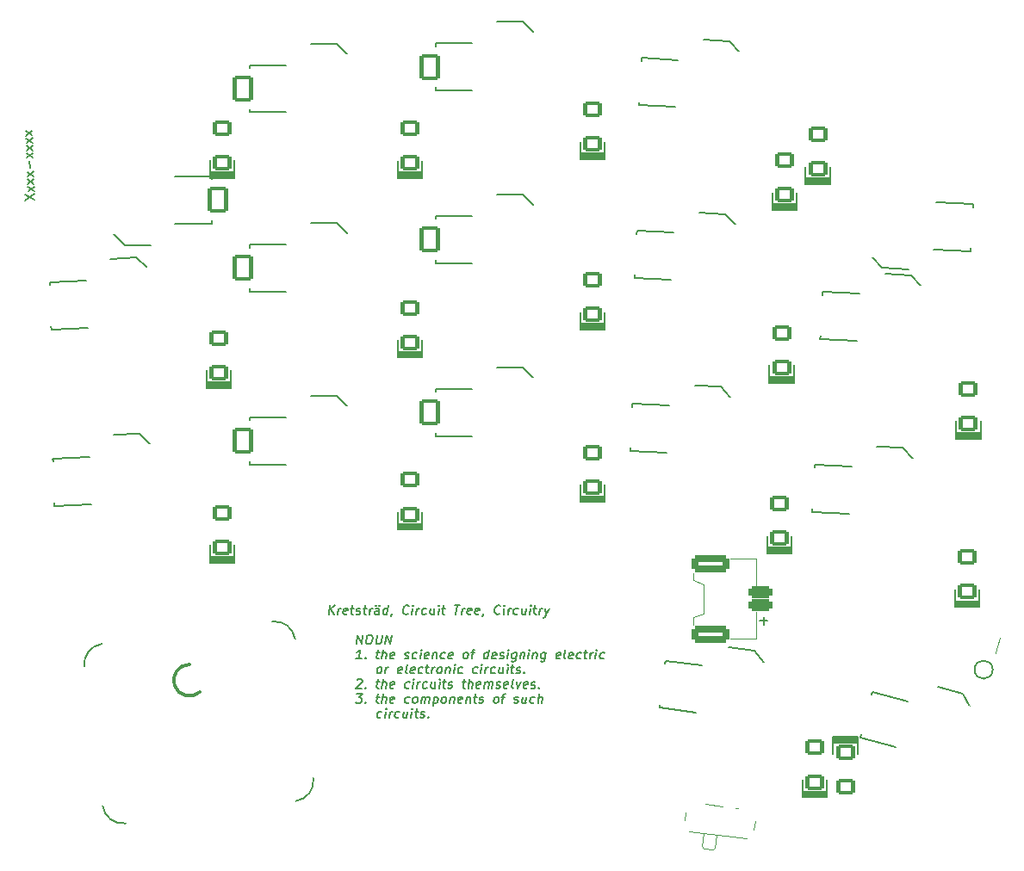
<source format=gto>
G04 #@! TF.GenerationSoftware,KiCad,Pcbnew,9.0.2*
G04 #@! TF.CreationDate,2025-07-12T22:53:39+08:00*
G04 #@! TF.ProjectId,Kretstr_d_v2,4b726574-7374-472e-9464-5f76322e6b69,rev?*
G04 #@! TF.SameCoordinates,Original*
G04 #@! TF.FileFunction,Legend,Top*
G04 #@! TF.FilePolarity,Positive*
%FSLAX46Y46*%
G04 Gerber Fmt 4.6, Leading zero omitted, Abs format (unit mm)*
G04 Created by KiCad (PCBNEW 9.0.2) date 2025-07-12 22:53:39*
%MOMM*%
%LPD*%
G01*
G04 APERTURE LIST*
G04 Aperture macros list*
%AMRoundRect*
0 Rectangle with rounded corners*
0 $1 Rounding radius*
0 $2 $3 $4 $5 $6 $7 $8 $9 X,Y pos of 4 corners*
0 Add a 4 corners polygon primitive as box body*
4,1,4,$2,$3,$4,$5,$6,$7,$8,$9,$2,$3,0*
0 Add four circle primitives for the rounded corners*
1,1,$1+$1,$2,$3*
1,1,$1+$1,$4,$5*
1,1,$1+$1,$6,$7*
1,1,$1+$1,$8,$9*
0 Add four rect primitives between the rounded corners*
20,1,$1+$1,$2,$3,$4,$5,0*
20,1,$1+$1,$4,$5,$6,$7,0*
20,1,$1+$1,$6,$7,$8,$9,0*
20,1,$1+$1,$8,$9,$2,$3,0*%
%AMFreePoly0*
4,1,22,0.886777,1.280194,0.956366,1.224698,0.994986,1.144504,1.000000,1.100000,1.000000,-0.780000,0.980194,-0.866777,0.941421,-0.921421,0.621421,-1.241421,0.546056,-1.288777,0.480000,-1.300000,-0.800000,-1.300000,-0.886777,-1.280194,-0.956366,-1.224698,-0.994986,-1.144504,-1.000000,-1.100000,-1.000000,1.100000,-0.980194,1.186777,-0.924698,1.256366,-0.844504,1.294986,-0.800000,1.300000,
0.800000,1.300000,0.886777,1.280194,0.886777,1.280194,$1*%
%AMFreePoly1*
4,1,22,0.686777,0.580194,0.756366,0.524698,0.794986,0.444504,0.800000,0.400000,0.800000,0.200000,0.780194,0.113223,0.741421,0.058579,0.141421,-0.541421,0.066056,-0.588777,-0.022393,-0.598742,-0.106406,-0.569345,-0.141421,-0.541421,-0.741421,0.058579,-0.788777,0.133944,-0.800000,0.200000,-0.800000,0.400000,-0.780193,0.486777,-0.724698,0.556366,-0.644504,0.594986,-0.600000,0.600000,
0.600000,0.600000,0.686777,0.580194,0.686777,0.580194,$1*%
%AMFreePoly2*
4,1,26,0.706406,1.169345,0.769345,1.106406,0.798742,1.022393,0.800000,1.000000,0.800000,-0.250000,0.780194,-0.336777,0.724699,-0.406366,0.644505,-0.444986,0.600000,-0.450000,-0.600000,-0.450000,-0.686777,-0.430194,-0.756366,-0.374698,-0.794986,-0.294504,-0.800000,-0.250000,-0.800000,1.000000,-0.780194,1.086777,-0.724698,1.156366,-0.644504,1.194986,-0.555496,1.194986,-0.475302,1.156366,
-0.458579,1.141421,0.000000,0.682842,0.458579,1.141421,0.533944,1.188778,0.622393,1.198742,0.706406,1.169345,0.706406,1.169345,$1*%
G04 Aperture macros list end*
%ADD10C,0.338000*%
%ADD11C,0.150000*%
%ADD12C,0.100000*%
%ADD13C,0.200000*%
%ADD14C,0.120000*%
%ADD15C,1.600000*%
%ADD16RoundRect,0.200000X-0.700000X0.600000X-0.700000X-0.600000X0.700000X-0.600000X0.700000X0.600000X0*%
%ADD17RoundRect,0.200000X0.700000X-0.600000X0.700000X0.600000X-0.700000X0.600000X-0.700000X-0.600000X0*%
%ADD18C,2.300000*%
%ADD19C,3.400000*%
%ADD20C,2.000000*%
%ADD21C,5.280000*%
%ADD22RoundRect,0.200000X-0.800000X-1.100000X0.800000X-1.100000X0.800000X1.100000X-0.800000X1.100000X0*%
%ADD23FreePoly0,0.000000*%
%ADD24C,3.600000*%
%ADD25RoundRect,0.200000X-0.547933X-0.331315X0.443512X-0.461841X0.547933X0.331315X-0.443512X0.461841X0*%
%ADD26C,1.300000*%
%ADD27RoundRect,0.200000X-0.444900X-0.697899X0.249111X-0.789268X0.444900X0.697899X-0.249111X0.789268X0*%
%ADD28RoundRect,0.200000X-0.761123X-1.127250X0.837902X-1.071410X0.761123X1.127250X-0.837902X1.071410X0*%
%ADD29FreePoly0,2.000000*%
%ADD30RoundRect,0.200000X-0.856473X-1.056624X0.741334X-1.140361X0.856473X1.056624X-0.741334X1.140361X0*%
%ADD31FreePoly0,357.000000*%
%ADD32RoundRect,0.200000X-1.057442X-0.855463X0.488040X-1.269574X1.057442X0.855463X-0.488040X1.269574X0*%
%ADD33FreePoly0,345.000000*%
%ADD34C,2.500000*%
%ADD35FreePoly1,187.500000*%
%ADD36FreePoly1,7.500000*%
%ADD37FreePoly2,7.500000*%
%ADD38FreePoly2,187.500000*%
%ADD39RoundRect,0.300000X-0.850000X0.300000X-0.850000X-0.300000X0.850000X-0.300000X0.850000X0.300000X0*%
%ADD40RoundRect,0.326924X-1.548076X0.523076X-1.548076X-0.523076X1.548076X-0.523076X1.548076X0.523076X0*%
%ADD41RoundRect,0.200000X0.800000X1.100000X-0.800000X1.100000X-0.800000X-1.100000X0.800000X-1.100000X0*%
%ADD42FreePoly0,180.000000*%
%ADD43C,4.200000*%
%ADD44RoundRect,0.200000X-0.936735X-0.986168X0.649577X-1.195010X0.936735X0.986168X-0.649577X1.195010X0*%
%ADD45FreePoly0,352.500000*%
%ADD46RoundRect,0.200000X0.856473X1.056624X-0.741334X1.140361X-0.856473X-1.056624X0.741334X-1.140361X0*%
%ADD47FreePoly0,177.000000*%
G04 APERTURE END LIST*
D10*
X95596259Y-116102852D02*
G75*
G02*
X94550195Y-113412605I-1046059J1141752D01*
G01*
D11*
X78428315Y-67736715D02*
X79306827Y-67105671D01*
X78407375Y-67137080D02*
X79327767Y-67705305D01*
X79297853Y-66848684D02*
X78681766Y-66398483D01*
X78698218Y-66869624D02*
X79281400Y-66377543D01*
X79272426Y-66120557D02*
X78656339Y-65670355D01*
X78672792Y-66141497D02*
X79255973Y-65649416D01*
X79246999Y-65392430D02*
X78630912Y-64942228D01*
X78647365Y-65413370D02*
X79230547Y-64921288D01*
X78875933Y-64590606D02*
X78852002Y-63905310D01*
X79182684Y-63550695D02*
X78566597Y-63100494D01*
X78583050Y-63571635D02*
X79166232Y-63079554D01*
X79157258Y-62822568D02*
X78541171Y-62372367D01*
X78557623Y-62843508D02*
X79140805Y-62351427D01*
X79131831Y-62094441D02*
X78515744Y-61644239D01*
X78532196Y-62115381D02*
X79115378Y-61623300D01*
X79106404Y-61366314D02*
X78490317Y-60916112D01*
X78506770Y-61387254D02*
X79089952Y-60895173D01*
X108241802Y-108495913D02*
X108354302Y-107595913D01*
X108756088Y-108495913D02*
X108434659Y-107981627D01*
X108868588Y-107595913D02*
X108290016Y-108110198D01*
X109141802Y-108495913D02*
X109216802Y-107895913D01*
X109195374Y-108067341D02*
X109248945Y-107981627D01*
X109248945Y-107981627D02*
X109297159Y-107938770D01*
X109297159Y-107938770D02*
X109388231Y-107895913D01*
X109388231Y-107895913D02*
X109473945Y-107895913D01*
X110047159Y-108453056D02*
X109956088Y-108495913D01*
X109956088Y-108495913D02*
X109784659Y-108495913D01*
X109784659Y-108495913D02*
X109704302Y-108453056D01*
X109704302Y-108453056D02*
X109672159Y-108367341D01*
X109672159Y-108367341D02*
X109715017Y-108024484D01*
X109715017Y-108024484D02*
X109768588Y-107938770D01*
X109768588Y-107938770D02*
X109859659Y-107895913D01*
X109859659Y-107895913D02*
X110031088Y-107895913D01*
X110031088Y-107895913D02*
X110111445Y-107938770D01*
X110111445Y-107938770D02*
X110143588Y-108024484D01*
X110143588Y-108024484D02*
X110132874Y-108110198D01*
X110132874Y-108110198D02*
X109693588Y-108195913D01*
X110416803Y-107895913D02*
X110759660Y-107895913D01*
X110582874Y-107595913D02*
X110486446Y-108367341D01*
X110486446Y-108367341D02*
X110518588Y-108453056D01*
X110518588Y-108453056D02*
X110598946Y-108495913D01*
X110598946Y-108495913D02*
X110684660Y-108495913D01*
X110947160Y-108453056D02*
X111027517Y-108495913D01*
X111027517Y-108495913D02*
X111198946Y-108495913D01*
X111198946Y-108495913D02*
X111290017Y-108453056D01*
X111290017Y-108453056D02*
X111343589Y-108367341D01*
X111343589Y-108367341D02*
X111348946Y-108324484D01*
X111348946Y-108324484D02*
X111316803Y-108238770D01*
X111316803Y-108238770D02*
X111236446Y-108195913D01*
X111236446Y-108195913D02*
X111107874Y-108195913D01*
X111107874Y-108195913D02*
X111027517Y-108153056D01*
X111027517Y-108153056D02*
X110995374Y-108067341D01*
X110995374Y-108067341D02*
X111000732Y-108024484D01*
X111000732Y-108024484D02*
X111054303Y-107938770D01*
X111054303Y-107938770D02*
X111145374Y-107895913D01*
X111145374Y-107895913D02*
X111273946Y-107895913D01*
X111273946Y-107895913D02*
X111354303Y-107938770D01*
X111659660Y-107895913D02*
X112002517Y-107895913D01*
X111825731Y-107595913D02*
X111729303Y-108367341D01*
X111729303Y-108367341D02*
X111761445Y-108453056D01*
X111761445Y-108453056D02*
X111841803Y-108495913D01*
X111841803Y-108495913D02*
X111927517Y-108495913D01*
X112227517Y-108495913D02*
X112302517Y-107895913D01*
X112281089Y-108067341D02*
X112334660Y-107981627D01*
X112334660Y-107981627D02*
X112382874Y-107938770D01*
X112382874Y-107938770D02*
X112473946Y-107895913D01*
X112473946Y-107895913D02*
X112559660Y-107895913D01*
X113170374Y-108495913D02*
X113229303Y-108024484D01*
X113229303Y-108024484D02*
X113197160Y-107938770D01*
X113197160Y-107938770D02*
X113116803Y-107895913D01*
X113116803Y-107895913D02*
X112945374Y-107895913D01*
X112945374Y-107895913D02*
X112854303Y-107938770D01*
X113175732Y-108453056D02*
X113084660Y-108495913D01*
X113084660Y-108495913D02*
X112870374Y-108495913D01*
X112870374Y-108495913D02*
X112790017Y-108453056D01*
X112790017Y-108453056D02*
X112757874Y-108367341D01*
X112757874Y-108367341D02*
X112768589Y-108281627D01*
X112768589Y-108281627D02*
X112822160Y-108195913D01*
X112822160Y-108195913D02*
X112913232Y-108153056D01*
X112913232Y-108153056D02*
X113127517Y-108153056D01*
X113127517Y-108153056D02*
X113218589Y-108110198D01*
X112897160Y-107595913D02*
X112934660Y-107638770D01*
X112934660Y-107638770D02*
X112886446Y-107681627D01*
X112886446Y-107681627D02*
X112848946Y-107638770D01*
X112848946Y-107638770D02*
X112897160Y-107595913D01*
X112897160Y-107595913D02*
X112886446Y-107681627D01*
X113240017Y-107595913D02*
X113277517Y-107638770D01*
X113277517Y-107638770D02*
X113229303Y-107681627D01*
X113229303Y-107681627D02*
X113191803Y-107638770D01*
X113191803Y-107638770D02*
X113240017Y-107595913D01*
X113240017Y-107595913D02*
X113229303Y-107681627D01*
X113984660Y-108495913D02*
X114097160Y-107595913D01*
X113990018Y-108453056D02*
X113898946Y-108495913D01*
X113898946Y-108495913D02*
X113727518Y-108495913D01*
X113727518Y-108495913D02*
X113647160Y-108453056D01*
X113647160Y-108453056D02*
X113609660Y-108410198D01*
X113609660Y-108410198D02*
X113577518Y-108324484D01*
X113577518Y-108324484D02*
X113609660Y-108067341D01*
X113609660Y-108067341D02*
X113663232Y-107981627D01*
X113663232Y-107981627D02*
X113711446Y-107938770D01*
X113711446Y-107938770D02*
X113802518Y-107895913D01*
X113802518Y-107895913D02*
X113973946Y-107895913D01*
X113973946Y-107895913D02*
X114054303Y-107938770D01*
X114461446Y-108453056D02*
X114456089Y-108495913D01*
X114456089Y-108495913D02*
X114402518Y-108581627D01*
X114402518Y-108581627D02*
X114354304Y-108624484D01*
X116052517Y-108410198D02*
X116004303Y-108453056D01*
X116004303Y-108453056D02*
X115870374Y-108495913D01*
X115870374Y-108495913D02*
X115784660Y-108495913D01*
X115784660Y-108495913D02*
X115661446Y-108453056D01*
X115661446Y-108453056D02*
X115586446Y-108367341D01*
X115586446Y-108367341D02*
X115554303Y-108281627D01*
X115554303Y-108281627D02*
X115532874Y-108110198D01*
X115532874Y-108110198D02*
X115548946Y-107981627D01*
X115548946Y-107981627D02*
X115613231Y-107810198D01*
X115613231Y-107810198D02*
X115666803Y-107724484D01*
X115666803Y-107724484D02*
X115763231Y-107638770D01*
X115763231Y-107638770D02*
X115897160Y-107595913D01*
X115897160Y-107595913D02*
X115982874Y-107595913D01*
X115982874Y-107595913D02*
X116106089Y-107638770D01*
X116106089Y-107638770D02*
X116143589Y-107681627D01*
X116427517Y-108495913D02*
X116502517Y-107895913D01*
X116540017Y-107595913D02*
X116491803Y-107638770D01*
X116491803Y-107638770D02*
X116529303Y-107681627D01*
X116529303Y-107681627D02*
X116577517Y-107638770D01*
X116577517Y-107638770D02*
X116540017Y-107595913D01*
X116540017Y-107595913D02*
X116529303Y-107681627D01*
X116856088Y-108495913D02*
X116931088Y-107895913D01*
X116909660Y-108067341D02*
X116963231Y-107981627D01*
X116963231Y-107981627D02*
X117011445Y-107938770D01*
X117011445Y-107938770D02*
X117102517Y-107895913D01*
X117102517Y-107895913D02*
X117188231Y-107895913D01*
X117804303Y-108453056D02*
X117713231Y-108495913D01*
X117713231Y-108495913D02*
X117541803Y-108495913D01*
X117541803Y-108495913D02*
X117461445Y-108453056D01*
X117461445Y-108453056D02*
X117423945Y-108410198D01*
X117423945Y-108410198D02*
X117391803Y-108324484D01*
X117391803Y-108324484D02*
X117423945Y-108067341D01*
X117423945Y-108067341D02*
X117477517Y-107981627D01*
X117477517Y-107981627D02*
X117525731Y-107938770D01*
X117525731Y-107938770D02*
X117616803Y-107895913D01*
X117616803Y-107895913D02*
X117788231Y-107895913D01*
X117788231Y-107895913D02*
X117868588Y-107938770D01*
X118645374Y-107895913D02*
X118570374Y-108495913D01*
X118259660Y-107895913D02*
X118200732Y-108367341D01*
X118200732Y-108367341D02*
X118232874Y-108453056D01*
X118232874Y-108453056D02*
X118313232Y-108495913D01*
X118313232Y-108495913D02*
X118441803Y-108495913D01*
X118441803Y-108495913D02*
X118532874Y-108453056D01*
X118532874Y-108453056D02*
X118581089Y-108410198D01*
X118998946Y-108495913D02*
X119073946Y-107895913D01*
X119111446Y-107595913D02*
X119063232Y-107638770D01*
X119063232Y-107638770D02*
X119100732Y-107681627D01*
X119100732Y-107681627D02*
X119148946Y-107638770D01*
X119148946Y-107638770D02*
X119111446Y-107595913D01*
X119111446Y-107595913D02*
X119100732Y-107681627D01*
X119373946Y-107895913D02*
X119716803Y-107895913D01*
X119540017Y-107595913D02*
X119443589Y-108367341D01*
X119443589Y-108367341D02*
X119475731Y-108453056D01*
X119475731Y-108453056D02*
X119556089Y-108495913D01*
X119556089Y-108495913D02*
X119641803Y-108495913D01*
X120611446Y-107595913D02*
X121125731Y-107595913D01*
X120756089Y-108495913D02*
X120868589Y-107595913D01*
X121313231Y-108495913D02*
X121388231Y-107895913D01*
X121366803Y-108067341D02*
X121420374Y-107981627D01*
X121420374Y-107981627D02*
X121468588Y-107938770D01*
X121468588Y-107938770D02*
X121559660Y-107895913D01*
X121559660Y-107895913D02*
X121645374Y-107895913D01*
X122218588Y-108453056D02*
X122127517Y-108495913D01*
X122127517Y-108495913D02*
X121956088Y-108495913D01*
X121956088Y-108495913D02*
X121875731Y-108453056D01*
X121875731Y-108453056D02*
X121843588Y-108367341D01*
X121843588Y-108367341D02*
X121886446Y-108024484D01*
X121886446Y-108024484D02*
X121940017Y-107938770D01*
X121940017Y-107938770D02*
X122031088Y-107895913D01*
X122031088Y-107895913D02*
X122202517Y-107895913D01*
X122202517Y-107895913D02*
X122282874Y-107938770D01*
X122282874Y-107938770D02*
X122315017Y-108024484D01*
X122315017Y-108024484D02*
X122304303Y-108110198D01*
X122304303Y-108110198D02*
X121865017Y-108195913D01*
X122990017Y-108453056D02*
X122898946Y-108495913D01*
X122898946Y-108495913D02*
X122727517Y-108495913D01*
X122727517Y-108495913D02*
X122647160Y-108453056D01*
X122647160Y-108453056D02*
X122615017Y-108367341D01*
X122615017Y-108367341D02*
X122657875Y-108024484D01*
X122657875Y-108024484D02*
X122711446Y-107938770D01*
X122711446Y-107938770D02*
X122802517Y-107895913D01*
X122802517Y-107895913D02*
X122973946Y-107895913D01*
X122973946Y-107895913D02*
X123054303Y-107938770D01*
X123054303Y-107938770D02*
X123086446Y-108024484D01*
X123086446Y-108024484D02*
X123075732Y-108110198D01*
X123075732Y-108110198D02*
X122636446Y-108195913D01*
X123461446Y-108453056D02*
X123456089Y-108495913D01*
X123456089Y-108495913D02*
X123402518Y-108581627D01*
X123402518Y-108581627D02*
X123354304Y-108624484D01*
X125052517Y-108410198D02*
X125004303Y-108453056D01*
X125004303Y-108453056D02*
X124870374Y-108495913D01*
X124870374Y-108495913D02*
X124784660Y-108495913D01*
X124784660Y-108495913D02*
X124661446Y-108453056D01*
X124661446Y-108453056D02*
X124586446Y-108367341D01*
X124586446Y-108367341D02*
X124554303Y-108281627D01*
X124554303Y-108281627D02*
X124532874Y-108110198D01*
X124532874Y-108110198D02*
X124548946Y-107981627D01*
X124548946Y-107981627D02*
X124613231Y-107810198D01*
X124613231Y-107810198D02*
X124666803Y-107724484D01*
X124666803Y-107724484D02*
X124763231Y-107638770D01*
X124763231Y-107638770D02*
X124897160Y-107595913D01*
X124897160Y-107595913D02*
X124982874Y-107595913D01*
X124982874Y-107595913D02*
X125106089Y-107638770D01*
X125106089Y-107638770D02*
X125143589Y-107681627D01*
X125427517Y-108495913D02*
X125502517Y-107895913D01*
X125540017Y-107595913D02*
X125491803Y-107638770D01*
X125491803Y-107638770D02*
X125529303Y-107681627D01*
X125529303Y-107681627D02*
X125577517Y-107638770D01*
X125577517Y-107638770D02*
X125540017Y-107595913D01*
X125540017Y-107595913D02*
X125529303Y-107681627D01*
X125856088Y-108495913D02*
X125931088Y-107895913D01*
X125909660Y-108067341D02*
X125963231Y-107981627D01*
X125963231Y-107981627D02*
X126011445Y-107938770D01*
X126011445Y-107938770D02*
X126102517Y-107895913D01*
X126102517Y-107895913D02*
X126188231Y-107895913D01*
X126804303Y-108453056D02*
X126713231Y-108495913D01*
X126713231Y-108495913D02*
X126541803Y-108495913D01*
X126541803Y-108495913D02*
X126461445Y-108453056D01*
X126461445Y-108453056D02*
X126423945Y-108410198D01*
X126423945Y-108410198D02*
X126391803Y-108324484D01*
X126391803Y-108324484D02*
X126423945Y-108067341D01*
X126423945Y-108067341D02*
X126477517Y-107981627D01*
X126477517Y-107981627D02*
X126525731Y-107938770D01*
X126525731Y-107938770D02*
X126616803Y-107895913D01*
X126616803Y-107895913D02*
X126788231Y-107895913D01*
X126788231Y-107895913D02*
X126868588Y-107938770D01*
X127645374Y-107895913D02*
X127570374Y-108495913D01*
X127259660Y-107895913D02*
X127200732Y-108367341D01*
X127200732Y-108367341D02*
X127232874Y-108453056D01*
X127232874Y-108453056D02*
X127313232Y-108495913D01*
X127313232Y-108495913D02*
X127441803Y-108495913D01*
X127441803Y-108495913D02*
X127532874Y-108453056D01*
X127532874Y-108453056D02*
X127581089Y-108410198D01*
X127998946Y-108495913D02*
X128073946Y-107895913D01*
X128111446Y-107595913D02*
X128063232Y-107638770D01*
X128063232Y-107638770D02*
X128100732Y-107681627D01*
X128100732Y-107681627D02*
X128148946Y-107638770D01*
X128148946Y-107638770D02*
X128111446Y-107595913D01*
X128111446Y-107595913D02*
X128100732Y-107681627D01*
X128373946Y-107895913D02*
X128716803Y-107895913D01*
X128540017Y-107595913D02*
X128443589Y-108367341D01*
X128443589Y-108367341D02*
X128475731Y-108453056D01*
X128475731Y-108453056D02*
X128556089Y-108495913D01*
X128556089Y-108495913D02*
X128641803Y-108495913D01*
X128941803Y-108495913D02*
X129016803Y-107895913D01*
X128995375Y-108067341D02*
X129048946Y-107981627D01*
X129048946Y-107981627D02*
X129097160Y-107938770D01*
X129097160Y-107938770D02*
X129188232Y-107895913D01*
X129188232Y-107895913D02*
X129273946Y-107895913D01*
X129488232Y-107895913D02*
X129627518Y-108495913D01*
X129916803Y-107895913D02*
X129627518Y-108495913D01*
X129627518Y-108495913D02*
X129515018Y-108710198D01*
X129515018Y-108710198D02*
X129466803Y-108753056D01*
X129466803Y-108753056D02*
X129375732Y-108795913D01*
X110984658Y-111393813D02*
X111097158Y-110493813D01*
X111097158Y-110493813D02*
X111498944Y-111393813D01*
X111498944Y-111393813D02*
X111611444Y-110493813D01*
X112211444Y-110493813D02*
X112382872Y-110493813D01*
X112382872Y-110493813D02*
X112463229Y-110536670D01*
X112463229Y-110536670D02*
X112538229Y-110622384D01*
X112538229Y-110622384D02*
X112559658Y-110793813D01*
X112559658Y-110793813D02*
X112522158Y-111093813D01*
X112522158Y-111093813D02*
X112457872Y-111265241D01*
X112457872Y-111265241D02*
X112361444Y-111350956D01*
X112361444Y-111350956D02*
X112270372Y-111393813D01*
X112270372Y-111393813D02*
X112098944Y-111393813D01*
X112098944Y-111393813D02*
X112018587Y-111350956D01*
X112018587Y-111350956D02*
X111943587Y-111265241D01*
X111943587Y-111265241D02*
X111922158Y-111093813D01*
X111922158Y-111093813D02*
X111959658Y-110793813D01*
X111959658Y-110793813D02*
X112023944Y-110622384D01*
X112023944Y-110622384D02*
X112120372Y-110536670D01*
X112120372Y-110536670D02*
X112211444Y-110493813D01*
X112982872Y-110493813D02*
X112891801Y-111222384D01*
X112891801Y-111222384D02*
X112923944Y-111308098D01*
X112923944Y-111308098D02*
X112961444Y-111350956D01*
X112961444Y-111350956D02*
X113041801Y-111393813D01*
X113041801Y-111393813D02*
X113213229Y-111393813D01*
X113213229Y-111393813D02*
X113304301Y-111350956D01*
X113304301Y-111350956D02*
X113352515Y-111308098D01*
X113352515Y-111308098D02*
X113406086Y-111222384D01*
X113406086Y-111222384D02*
X113497158Y-110493813D01*
X113813229Y-111393813D02*
X113925729Y-110493813D01*
X113925729Y-110493813D02*
X114327515Y-111393813D01*
X114327515Y-111393813D02*
X114440015Y-110493813D01*
X111456087Y-112842763D02*
X110941801Y-112842763D01*
X111198944Y-112842763D02*
X111311444Y-111942763D01*
X111311444Y-111942763D02*
X111209658Y-112071334D01*
X111209658Y-112071334D02*
X111113230Y-112157048D01*
X111113230Y-112157048D02*
X111022158Y-112199906D01*
X111852515Y-112757048D02*
X111890015Y-112799906D01*
X111890015Y-112799906D02*
X111841801Y-112842763D01*
X111841801Y-112842763D02*
X111804301Y-112799906D01*
X111804301Y-112799906D02*
X111852515Y-112757048D01*
X111852515Y-112757048D02*
X111841801Y-112842763D01*
X112902515Y-112242763D02*
X113245372Y-112242763D01*
X113068586Y-111942763D02*
X112972158Y-112714191D01*
X112972158Y-112714191D02*
X113004300Y-112799906D01*
X113004300Y-112799906D02*
X113084658Y-112842763D01*
X113084658Y-112842763D02*
X113170372Y-112842763D01*
X113470372Y-112842763D02*
X113582872Y-111942763D01*
X113856086Y-112842763D02*
X113915015Y-112371334D01*
X113915015Y-112371334D02*
X113882872Y-112285620D01*
X113882872Y-112285620D02*
X113802515Y-112242763D01*
X113802515Y-112242763D02*
X113673944Y-112242763D01*
X113673944Y-112242763D02*
X113582872Y-112285620D01*
X113582872Y-112285620D02*
X113534658Y-112328477D01*
X114632872Y-112799906D02*
X114541801Y-112842763D01*
X114541801Y-112842763D02*
X114370372Y-112842763D01*
X114370372Y-112842763D02*
X114290015Y-112799906D01*
X114290015Y-112799906D02*
X114257872Y-112714191D01*
X114257872Y-112714191D02*
X114300730Y-112371334D01*
X114300730Y-112371334D02*
X114354301Y-112285620D01*
X114354301Y-112285620D02*
X114445372Y-112242763D01*
X114445372Y-112242763D02*
X114616801Y-112242763D01*
X114616801Y-112242763D02*
X114697158Y-112285620D01*
X114697158Y-112285620D02*
X114729301Y-112371334D01*
X114729301Y-112371334D02*
X114718587Y-112457048D01*
X114718587Y-112457048D02*
X114279301Y-112542763D01*
X115704301Y-112799906D02*
X115784658Y-112842763D01*
X115784658Y-112842763D02*
X115956087Y-112842763D01*
X115956087Y-112842763D02*
X116047158Y-112799906D01*
X116047158Y-112799906D02*
X116100730Y-112714191D01*
X116100730Y-112714191D02*
X116106087Y-112671334D01*
X116106087Y-112671334D02*
X116073944Y-112585620D01*
X116073944Y-112585620D02*
X115993587Y-112542763D01*
X115993587Y-112542763D02*
X115865015Y-112542763D01*
X115865015Y-112542763D02*
X115784658Y-112499906D01*
X115784658Y-112499906D02*
X115752515Y-112414191D01*
X115752515Y-112414191D02*
X115757873Y-112371334D01*
X115757873Y-112371334D02*
X115811444Y-112285620D01*
X115811444Y-112285620D02*
X115902515Y-112242763D01*
X115902515Y-112242763D02*
X116031087Y-112242763D01*
X116031087Y-112242763D02*
X116111444Y-112285620D01*
X116861444Y-112799906D02*
X116770372Y-112842763D01*
X116770372Y-112842763D02*
X116598944Y-112842763D01*
X116598944Y-112842763D02*
X116518586Y-112799906D01*
X116518586Y-112799906D02*
X116481086Y-112757048D01*
X116481086Y-112757048D02*
X116448944Y-112671334D01*
X116448944Y-112671334D02*
X116481086Y-112414191D01*
X116481086Y-112414191D02*
X116534658Y-112328477D01*
X116534658Y-112328477D02*
X116582872Y-112285620D01*
X116582872Y-112285620D02*
X116673944Y-112242763D01*
X116673944Y-112242763D02*
X116845372Y-112242763D01*
X116845372Y-112242763D02*
X116925729Y-112285620D01*
X117241801Y-112842763D02*
X117316801Y-112242763D01*
X117354301Y-111942763D02*
X117306087Y-111985620D01*
X117306087Y-111985620D02*
X117343587Y-112028477D01*
X117343587Y-112028477D02*
X117391801Y-111985620D01*
X117391801Y-111985620D02*
X117354301Y-111942763D01*
X117354301Y-111942763D02*
X117343587Y-112028477D01*
X118018586Y-112799906D02*
X117927515Y-112842763D01*
X117927515Y-112842763D02*
X117756086Y-112842763D01*
X117756086Y-112842763D02*
X117675729Y-112799906D01*
X117675729Y-112799906D02*
X117643586Y-112714191D01*
X117643586Y-112714191D02*
X117686444Y-112371334D01*
X117686444Y-112371334D02*
X117740015Y-112285620D01*
X117740015Y-112285620D02*
X117831086Y-112242763D01*
X117831086Y-112242763D02*
X118002515Y-112242763D01*
X118002515Y-112242763D02*
X118082872Y-112285620D01*
X118082872Y-112285620D02*
X118115015Y-112371334D01*
X118115015Y-112371334D02*
X118104301Y-112457048D01*
X118104301Y-112457048D02*
X117665015Y-112542763D01*
X118516801Y-112242763D02*
X118441801Y-112842763D01*
X118506087Y-112328477D02*
X118554301Y-112285620D01*
X118554301Y-112285620D02*
X118645373Y-112242763D01*
X118645373Y-112242763D02*
X118773944Y-112242763D01*
X118773944Y-112242763D02*
X118854301Y-112285620D01*
X118854301Y-112285620D02*
X118886444Y-112371334D01*
X118886444Y-112371334D02*
X118827515Y-112842763D01*
X119647159Y-112799906D02*
X119556087Y-112842763D01*
X119556087Y-112842763D02*
X119384659Y-112842763D01*
X119384659Y-112842763D02*
X119304301Y-112799906D01*
X119304301Y-112799906D02*
X119266801Y-112757048D01*
X119266801Y-112757048D02*
X119234659Y-112671334D01*
X119234659Y-112671334D02*
X119266801Y-112414191D01*
X119266801Y-112414191D02*
X119320373Y-112328477D01*
X119320373Y-112328477D02*
X119368587Y-112285620D01*
X119368587Y-112285620D02*
X119459659Y-112242763D01*
X119459659Y-112242763D02*
X119631087Y-112242763D01*
X119631087Y-112242763D02*
X119711444Y-112285620D01*
X120375730Y-112799906D02*
X120284659Y-112842763D01*
X120284659Y-112842763D02*
X120113230Y-112842763D01*
X120113230Y-112842763D02*
X120032873Y-112799906D01*
X120032873Y-112799906D02*
X120000730Y-112714191D01*
X120000730Y-112714191D02*
X120043588Y-112371334D01*
X120043588Y-112371334D02*
X120097159Y-112285620D01*
X120097159Y-112285620D02*
X120188230Y-112242763D01*
X120188230Y-112242763D02*
X120359659Y-112242763D01*
X120359659Y-112242763D02*
X120440016Y-112285620D01*
X120440016Y-112285620D02*
X120472159Y-112371334D01*
X120472159Y-112371334D02*
X120461445Y-112457048D01*
X120461445Y-112457048D02*
X120022159Y-112542763D01*
X121613231Y-112842763D02*
X121532873Y-112799906D01*
X121532873Y-112799906D02*
X121495373Y-112757048D01*
X121495373Y-112757048D02*
X121463231Y-112671334D01*
X121463231Y-112671334D02*
X121495373Y-112414191D01*
X121495373Y-112414191D02*
X121548945Y-112328477D01*
X121548945Y-112328477D02*
X121597159Y-112285620D01*
X121597159Y-112285620D02*
X121688231Y-112242763D01*
X121688231Y-112242763D02*
X121816802Y-112242763D01*
X121816802Y-112242763D02*
X121897159Y-112285620D01*
X121897159Y-112285620D02*
X121934659Y-112328477D01*
X121934659Y-112328477D02*
X121966802Y-112414191D01*
X121966802Y-112414191D02*
X121934659Y-112671334D01*
X121934659Y-112671334D02*
X121881088Y-112757048D01*
X121881088Y-112757048D02*
X121832873Y-112799906D01*
X121832873Y-112799906D02*
X121741802Y-112842763D01*
X121741802Y-112842763D02*
X121613231Y-112842763D01*
X122245374Y-112242763D02*
X122588231Y-112242763D01*
X122298945Y-112842763D02*
X122395374Y-112071334D01*
X122395374Y-112071334D02*
X122448945Y-111985620D01*
X122448945Y-111985620D02*
X122540017Y-111942763D01*
X122540017Y-111942763D02*
X122625731Y-111942763D01*
X123884659Y-112842763D02*
X123997159Y-111942763D01*
X123890017Y-112799906D02*
X123798945Y-112842763D01*
X123798945Y-112842763D02*
X123627517Y-112842763D01*
X123627517Y-112842763D02*
X123547159Y-112799906D01*
X123547159Y-112799906D02*
X123509659Y-112757048D01*
X123509659Y-112757048D02*
X123477517Y-112671334D01*
X123477517Y-112671334D02*
X123509659Y-112414191D01*
X123509659Y-112414191D02*
X123563231Y-112328477D01*
X123563231Y-112328477D02*
X123611445Y-112285620D01*
X123611445Y-112285620D02*
X123702517Y-112242763D01*
X123702517Y-112242763D02*
X123873945Y-112242763D01*
X123873945Y-112242763D02*
X123954302Y-112285620D01*
X124661445Y-112799906D02*
X124570374Y-112842763D01*
X124570374Y-112842763D02*
X124398945Y-112842763D01*
X124398945Y-112842763D02*
X124318588Y-112799906D01*
X124318588Y-112799906D02*
X124286445Y-112714191D01*
X124286445Y-112714191D02*
X124329303Y-112371334D01*
X124329303Y-112371334D02*
X124382874Y-112285620D01*
X124382874Y-112285620D02*
X124473945Y-112242763D01*
X124473945Y-112242763D02*
X124645374Y-112242763D01*
X124645374Y-112242763D02*
X124725731Y-112285620D01*
X124725731Y-112285620D02*
X124757874Y-112371334D01*
X124757874Y-112371334D02*
X124747160Y-112457048D01*
X124747160Y-112457048D02*
X124307874Y-112542763D01*
X125047160Y-112799906D02*
X125127517Y-112842763D01*
X125127517Y-112842763D02*
X125298946Y-112842763D01*
X125298946Y-112842763D02*
X125390017Y-112799906D01*
X125390017Y-112799906D02*
X125443589Y-112714191D01*
X125443589Y-112714191D02*
X125448946Y-112671334D01*
X125448946Y-112671334D02*
X125416803Y-112585620D01*
X125416803Y-112585620D02*
X125336446Y-112542763D01*
X125336446Y-112542763D02*
X125207874Y-112542763D01*
X125207874Y-112542763D02*
X125127517Y-112499906D01*
X125127517Y-112499906D02*
X125095374Y-112414191D01*
X125095374Y-112414191D02*
X125100732Y-112371334D01*
X125100732Y-112371334D02*
X125154303Y-112285620D01*
X125154303Y-112285620D02*
X125245374Y-112242763D01*
X125245374Y-112242763D02*
X125373946Y-112242763D01*
X125373946Y-112242763D02*
X125454303Y-112285620D01*
X125813231Y-112842763D02*
X125888231Y-112242763D01*
X125925731Y-111942763D02*
X125877517Y-111985620D01*
X125877517Y-111985620D02*
X125915017Y-112028477D01*
X125915017Y-112028477D02*
X125963231Y-111985620D01*
X125963231Y-111985620D02*
X125925731Y-111942763D01*
X125925731Y-111942763D02*
X125915017Y-112028477D01*
X126702516Y-112242763D02*
X126611445Y-112971334D01*
X126611445Y-112971334D02*
X126557874Y-113057048D01*
X126557874Y-113057048D02*
X126509659Y-113099906D01*
X126509659Y-113099906D02*
X126418588Y-113142763D01*
X126418588Y-113142763D02*
X126290016Y-113142763D01*
X126290016Y-113142763D02*
X126209659Y-113099906D01*
X126632874Y-112799906D02*
X126541802Y-112842763D01*
X126541802Y-112842763D02*
X126370374Y-112842763D01*
X126370374Y-112842763D02*
X126290016Y-112799906D01*
X126290016Y-112799906D02*
X126252516Y-112757048D01*
X126252516Y-112757048D02*
X126220374Y-112671334D01*
X126220374Y-112671334D02*
X126252516Y-112414191D01*
X126252516Y-112414191D02*
X126306088Y-112328477D01*
X126306088Y-112328477D02*
X126354302Y-112285620D01*
X126354302Y-112285620D02*
X126445374Y-112242763D01*
X126445374Y-112242763D02*
X126616802Y-112242763D01*
X126616802Y-112242763D02*
X126697159Y-112285620D01*
X127131088Y-112242763D02*
X127056088Y-112842763D01*
X127120374Y-112328477D02*
X127168588Y-112285620D01*
X127168588Y-112285620D02*
X127259660Y-112242763D01*
X127259660Y-112242763D02*
X127388231Y-112242763D01*
X127388231Y-112242763D02*
X127468588Y-112285620D01*
X127468588Y-112285620D02*
X127500731Y-112371334D01*
X127500731Y-112371334D02*
X127441802Y-112842763D01*
X127870374Y-112842763D02*
X127945374Y-112242763D01*
X127982874Y-111942763D02*
X127934660Y-111985620D01*
X127934660Y-111985620D02*
X127972160Y-112028477D01*
X127972160Y-112028477D02*
X128020374Y-111985620D01*
X128020374Y-111985620D02*
X127982874Y-111942763D01*
X127982874Y-111942763D02*
X127972160Y-112028477D01*
X128373945Y-112242763D02*
X128298945Y-112842763D01*
X128363231Y-112328477D02*
X128411445Y-112285620D01*
X128411445Y-112285620D02*
X128502517Y-112242763D01*
X128502517Y-112242763D02*
X128631088Y-112242763D01*
X128631088Y-112242763D02*
X128711445Y-112285620D01*
X128711445Y-112285620D02*
X128743588Y-112371334D01*
X128743588Y-112371334D02*
X128684659Y-112842763D01*
X129573945Y-112242763D02*
X129482874Y-112971334D01*
X129482874Y-112971334D02*
X129429303Y-113057048D01*
X129429303Y-113057048D02*
X129381088Y-113099906D01*
X129381088Y-113099906D02*
X129290017Y-113142763D01*
X129290017Y-113142763D02*
X129161445Y-113142763D01*
X129161445Y-113142763D02*
X129081088Y-113099906D01*
X129504303Y-112799906D02*
X129413231Y-112842763D01*
X129413231Y-112842763D02*
X129241803Y-112842763D01*
X129241803Y-112842763D02*
X129161445Y-112799906D01*
X129161445Y-112799906D02*
X129123945Y-112757048D01*
X129123945Y-112757048D02*
X129091803Y-112671334D01*
X129091803Y-112671334D02*
X129123945Y-112414191D01*
X129123945Y-112414191D02*
X129177517Y-112328477D01*
X129177517Y-112328477D02*
X129225731Y-112285620D01*
X129225731Y-112285620D02*
X129316803Y-112242763D01*
X129316803Y-112242763D02*
X129488231Y-112242763D01*
X129488231Y-112242763D02*
X129568588Y-112285620D01*
X130961445Y-112799906D02*
X130870374Y-112842763D01*
X130870374Y-112842763D02*
X130698945Y-112842763D01*
X130698945Y-112842763D02*
X130618588Y-112799906D01*
X130618588Y-112799906D02*
X130586445Y-112714191D01*
X130586445Y-112714191D02*
X130629303Y-112371334D01*
X130629303Y-112371334D02*
X130682874Y-112285620D01*
X130682874Y-112285620D02*
X130773945Y-112242763D01*
X130773945Y-112242763D02*
X130945374Y-112242763D01*
X130945374Y-112242763D02*
X131025731Y-112285620D01*
X131025731Y-112285620D02*
X131057874Y-112371334D01*
X131057874Y-112371334D02*
X131047160Y-112457048D01*
X131047160Y-112457048D02*
X130607874Y-112542763D01*
X131513232Y-112842763D02*
X131432874Y-112799906D01*
X131432874Y-112799906D02*
X131400732Y-112714191D01*
X131400732Y-112714191D02*
X131497160Y-111942763D01*
X132204303Y-112799906D02*
X132113232Y-112842763D01*
X132113232Y-112842763D02*
X131941803Y-112842763D01*
X131941803Y-112842763D02*
X131861446Y-112799906D01*
X131861446Y-112799906D02*
X131829303Y-112714191D01*
X131829303Y-112714191D02*
X131872161Y-112371334D01*
X131872161Y-112371334D02*
X131925732Y-112285620D01*
X131925732Y-112285620D02*
X132016803Y-112242763D01*
X132016803Y-112242763D02*
X132188232Y-112242763D01*
X132188232Y-112242763D02*
X132268589Y-112285620D01*
X132268589Y-112285620D02*
X132300732Y-112371334D01*
X132300732Y-112371334D02*
X132290018Y-112457048D01*
X132290018Y-112457048D02*
X131850732Y-112542763D01*
X133018590Y-112799906D02*
X132927518Y-112842763D01*
X132927518Y-112842763D02*
X132756090Y-112842763D01*
X132756090Y-112842763D02*
X132675732Y-112799906D01*
X132675732Y-112799906D02*
X132638232Y-112757048D01*
X132638232Y-112757048D02*
X132606090Y-112671334D01*
X132606090Y-112671334D02*
X132638232Y-112414191D01*
X132638232Y-112414191D02*
X132691804Y-112328477D01*
X132691804Y-112328477D02*
X132740018Y-112285620D01*
X132740018Y-112285620D02*
X132831090Y-112242763D01*
X132831090Y-112242763D02*
X133002518Y-112242763D01*
X133002518Y-112242763D02*
X133082875Y-112285620D01*
X133345376Y-112242763D02*
X133688233Y-112242763D01*
X133511447Y-111942763D02*
X133415019Y-112714191D01*
X133415019Y-112714191D02*
X133447161Y-112799906D01*
X133447161Y-112799906D02*
X133527519Y-112842763D01*
X133527519Y-112842763D02*
X133613233Y-112842763D01*
X133913233Y-112842763D02*
X133988233Y-112242763D01*
X133966805Y-112414191D02*
X134020376Y-112328477D01*
X134020376Y-112328477D02*
X134068590Y-112285620D01*
X134068590Y-112285620D02*
X134159662Y-112242763D01*
X134159662Y-112242763D02*
X134245376Y-112242763D01*
X134470376Y-112842763D02*
X134545376Y-112242763D01*
X134582876Y-111942763D02*
X134534662Y-111985620D01*
X134534662Y-111985620D02*
X134572162Y-112028477D01*
X134572162Y-112028477D02*
X134620376Y-111985620D01*
X134620376Y-111985620D02*
X134582876Y-111942763D01*
X134582876Y-111942763D02*
X134572162Y-112028477D01*
X135290019Y-112799906D02*
X135198947Y-112842763D01*
X135198947Y-112842763D02*
X135027519Y-112842763D01*
X135027519Y-112842763D02*
X134947161Y-112799906D01*
X134947161Y-112799906D02*
X134909661Y-112757048D01*
X134909661Y-112757048D02*
X134877519Y-112671334D01*
X134877519Y-112671334D02*
X134909661Y-112414191D01*
X134909661Y-112414191D02*
X134963233Y-112328477D01*
X134963233Y-112328477D02*
X135011447Y-112285620D01*
X135011447Y-112285620D02*
X135102519Y-112242763D01*
X135102519Y-112242763D02*
X135273947Y-112242763D01*
X135273947Y-112242763D02*
X135354304Y-112285620D01*
X113127516Y-114291713D02*
X113047158Y-114248856D01*
X113047158Y-114248856D02*
X113009658Y-114205998D01*
X113009658Y-114205998D02*
X112977516Y-114120284D01*
X112977516Y-114120284D02*
X113009658Y-113863141D01*
X113009658Y-113863141D02*
X113063230Y-113777427D01*
X113063230Y-113777427D02*
X113111444Y-113734570D01*
X113111444Y-113734570D02*
X113202516Y-113691713D01*
X113202516Y-113691713D02*
X113331087Y-113691713D01*
X113331087Y-113691713D02*
X113411444Y-113734570D01*
X113411444Y-113734570D02*
X113448944Y-113777427D01*
X113448944Y-113777427D02*
X113481087Y-113863141D01*
X113481087Y-113863141D02*
X113448944Y-114120284D01*
X113448944Y-114120284D02*
X113395373Y-114205998D01*
X113395373Y-114205998D02*
X113347158Y-114248856D01*
X113347158Y-114248856D02*
X113256087Y-114291713D01*
X113256087Y-114291713D02*
X113127516Y-114291713D01*
X113813230Y-114291713D02*
X113888230Y-113691713D01*
X113866802Y-113863141D02*
X113920373Y-113777427D01*
X113920373Y-113777427D02*
X113968587Y-113734570D01*
X113968587Y-113734570D02*
X114059659Y-113691713D01*
X114059659Y-113691713D02*
X114145373Y-113691713D01*
X115404301Y-114248856D02*
X115313230Y-114291713D01*
X115313230Y-114291713D02*
X115141801Y-114291713D01*
X115141801Y-114291713D02*
X115061444Y-114248856D01*
X115061444Y-114248856D02*
X115029301Y-114163141D01*
X115029301Y-114163141D02*
X115072159Y-113820284D01*
X115072159Y-113820284D02*
X115125730Y-113734570D01*
X115125730Y-113734570D02*
X115216801Y-113691713D01*
X115216801Y-113691713D02*
X115388230Y-113691713D01*
X115388230Y-113691713D02*
X115468587Y-113734570D01*
X115468587Y-113734570D02*
X115500730Y-113820284D01*
X115500730Y-113820284D02*
X115490016Y-113905998D01*
X115490016Y-113905998D02*
X115050730Y-113991713D01*
X115956088Y-114291713D02*
X115875730Y-114248856D01*
X115875730Y-114248856D02*
X115843588Y-114163141D01*
X115843588Y-114163141D02*
X115940016Y-113391713D01*
X116647159Y-114248856D02*
X116556088Y-114291713D01*
X116556088Y-114291713D02*
X116384659Y-114291713D01*
X116384659Y-114291713D02*
X116304302Y-114248856D01*
X116304302Y-114248856D02*
X116272159Y-114163141D01*
X116272159Y-114163141D02*
X116315017Y-113820284D01*
X116315017Y-113820284D02*
X116368588Y-113734570D01*
X116368588Y-113734570D02*
X116459659Y-113691713D01*
X116459659Y-113691713D02*
X116631088Y-113691713D01*
X116631088Y-113691713D02*
X116711445Y-113734570D01*
X116711445Y-113734570D02*
X116743588Y-113820284D01*
X116743588Y-113820284D02*
X116732874Y-113905998D01*
X116732874Y-113905998D02*
X116293588Y-113991713D01*
X117461446Y-114248856D02*
X117370374Y-114291713D01*
X117370374Y-114291713D02*
X117198946Y-114291713D01*
X117198946Y-114291713D02*
X117118588Y-114248856D01*
X117118588Y-114248856D02*
X117081088Y-114205998D01*
X117081088Y-114205998D02*
X117048946Y-114120284D01*
X117048946Y-114120284D02*
X117081088Y-113863141D01*
X117081088Y-113863141D02*
X117134660Y-113777427D01*
X117134660Y-113777427D02*
X117182874Y-113734570D01*
X117182874Y-113734570D02*
X117273946Y-113691713D01*
X117273946Y-113691713D02*
X117445374Y-113691713D01*
X117445374Y-113691713D02*
X117525731Y-113734570D01*
X117788232Y-113691713D02*
X118131089Y-113691713D01*
X117954303Y-113391713D02*
X117857875Y-114163141D01*
X117857875Y-114163141D02*
X117890017Y-114248856D01*
X117890017Y-114248856D02*
X117970375Y-114291713D01*
X117970375Y-114291713D02*
X118056089Y-114291713D01*
X118356089Y-114291713D02*
X118431089Y-113691713D01*
X118409661Y-113863141D02*
X118463232Y-113777427D01*
X118463232Y-113777427D02*
X118511446Y-113734570D01*
X118511446Y-113734570D02*
X118602518Y-113691713D01*
X118602518Y-113691713D02*
X118688232Y-113691713D01*
X119041804Y-114291713D02*
X118961446Y-114248856D01*
X118961446Y-114248856D02*
X118923946Y-114205998D01*
X118923946Y-114205998D02*
X118891804Y-114120284D01*
X118891804Y-114120284D02*
X118923946Y-113863141D01*
X118923946Y-113863141D02*
X118977518Y-113777427D01*
X118977518Y-113777427D02*
X119025732Y-113734570D01*
X119025732Y-113734570D02*
X119116804Y-113691713D01*
X119116804Y-113691713D02*
X119245375Y-113691713D01*
X119245375Y-113691713D02*
X119325732Y-113734570D01*
X119325732Y-113734570D02*
X119363232Y-113777427D01*
X119363232Y-113777427D02*
X119395375Y-113863141D01*
X119395375Y-113863141D02*
X119363232Y-114120284D01*
X119363232Y-114120284D02*
X119309661Y-114205998D01*
X119309661Y-114205998D02*
X119261446Y-114248856D01*
X119261446Y-114248856D02*
X119170375Y-114291713D01*
X119170375Y-114291713D02*
X119041804Y-114291713D01*
X119802518Y-113691713D02*
X119727518Y-114291713D01*
X119791804Y-113777427D02*
X119840018Y-113734570D01*
X119840018Y-113734570D02*
X119931090Y-113691713D01*
X119931090Y-113691713D02*
X120059661Y-113691713D01*
X120059661Y-113691713D02*
X120140018Y-113734570D01*
X120140018Y-113734570D02*
X120172161Y-113820284D01*
X120172161Y-113820284D02*
X120113232Y-114291713D01*
X120541804Y-114291713D02*
X120616804Y-113691713D01*
X120654304Y-113391713D02*
X120606090Y-113434570D01*
X120606090Y-113434570D02*
X120643590Y-113477427D01*
X120643590Y-113477427D02*
X120691804Y-113434570D01*
X120691804Y-113434570D02*
X120654304Y-113391713D01*
X120654304Y-113391713D02*
X120643590Y-113477427D01*
X121361447Y-114248856D02*
X121270375Y-114291713D01*
X121270375Y-114291713D02*
X121098947Y-114291713D01*
X121098947Y-114291713D02*
X121018589Y-114248856D01*
X121018589Y-114248856D02*
X120981089Y-114205998D01*
X120981089Y-114205998D02*
X120948947Y-114120284D01*
X120948947Y-114120284D02*
X120981089Y-113863141D01*
X120981089Y-113863141D02*
X121034661Y-113777427D01*
X121034661Y-113777427D02*
X121082875Y-113734570D01*
X121082875Y-113734570D02*
X121173947Y-113691713D01*
X121173947Y-113691713D02*
X121345375Y-113691713D01*
X121345375Y-113691713D02*
X121425732Y-113734570D01*
X122818590Y-114248856D02*
X122727518Y-114291713D01*
X122727518Y-114291713D02*
X122556090Y-114291713D01*
X122556090Y-114291713D02*
X122475732Y-114248856D01*
X122475732Y-114248856D02*
X122438232Y-114205998D01*
X122438232Y-114205998D02*
X122406090Y-114120284D01*
X122406090Y-114120284D02*
X122438232Y-113863141D01*
X122438232Y-113863141D02*
X122491804Y-113777427D01*
X122491804Y-113777427D02*
X122540018Y-113734570D01*
X122540018Y-113734570D02*
X122631090Y-113691713D01*
X122631090Y-113691713D02*
X122802518Y-113691713D01*
X122802518Y-113691713D02*
X122882875Y-113734570D01*
X123198947Y-114291713D02*
X123273947Y-113691713D01*
X123311447Y-113391713D02*
X123263233Y-113434570D01*
X123263233Y-113434570D02*
X123300733Y-113477427D01*
X123300733Y-113477427D02*
X123348947Y-113434570D01*
X123348947Y-113434570D02*
X123311447Y-113391713D01*
X123311447Y-113391713D02*
X123300733Y-113477427D01*
X123627518Y-114291713D02*
X123702518Y-113691713D01*
X123681090Y-113863141D02*
X123734661Y-113777427D01*
X123734661Y-113777427D02*
X123782875Y-113734570D01*
X123782875Y-113734570D02*
X123873947Y-113691713D01*
X123873947Y-113691713D02*
X123959661Y-113691713D01*
X124575733Y-114248856D02*
X124484661Y-114291713D01*
X124484661Y-114291713D02*
X124313233Y-114291713D01*
X124313233Y-114291713D02*
X124232875Y-114248856D01*
X124232875Y-114248856D02*
X124195375Y-114205998D01*
X124195375Y-114205998D02*
X124163233Y-114120284D01*
X124163233Y-114120284D02*
X124195375Y-113863141D01*
X124195375Y-113863141D02*
X124248947Y-113777427D01*
X124248947Y-113777427D02*
X124297161Y-113734570D01*
X124297161Y-113734570D02*
X124388233Y-113691713D01*
X124388233Y-113691713D02*
X124559661Y-113691713D01*
X124559661Y-113691713D02*
X124640018Y-113734570D01*
X125416804Y-113691713D02*
X125341804Y-114291713D01*
X125031090Y-113691713D02*
X124972162Y-114163141D01*
X124972162Y-114163141D02*
X125004304Y-114248856D01*
X125004304Y-114248856D02*
X125084662Y-114291713D01*
X125084662Y-114291713D02*
X125213233Y-114291713D01*
X125213233Y-114291713D02*
X125304304Y-114248856D01*
X125304304Y-114248856D02*
X125352519Y-114205998D01*
X125770376Y-114291713D02*
X125845376Y-113691713D01*
X125882876Y-113391713D02*
X125834662Y-113434570D01*
X125834662Y-113434570D02*
X125872162Y-113477427D01*
X125872162Y-113477427D02*
X125920376Y-113434570D01*
X125920376Y-113434570D02*
X125882876Y-113391713D01*
X125882876Y-113391713D02*
X125872162Y-113477427D01*
X126145376Y-113691713D02*
X126488233Y-113691713D01*
X126311447Y-113391713D02*
X126215019Y-114163141D01*
X126215019Y-114163141D02*
X126247161Y-114248856D01*
X126247161Y-114248856D02*
X126327519Y-114291713D01*
X126327519Y-114291713D02*
X126413233Y-114291713D01*
X126675733Y-114248856D02*
X126756090Y-114291713D01*
X126756090Y-114291713D02*
X126927519Y-114291713D01*
X126927519Y-114291713D02*
X127018590Y-114248856D01*
X127018590Y-114248856D02*
X127072162Y-114163141D01*
X127072162Y-114163141D02*
X127077519Y-114120284D01*
X127077519Y-114120284D02*
X127045376Y-114034570D01*
X127045376Y-114034570D02*
X126965019Y-113991713D01*
X126965019Y-113991713D02*
X126836447Y-113991713D01*
X126836447Y-113991713D02*
X126756090Y-113948856D01*
X126756090Y-113948856D02*
X126723947Y-113863141D01*
X126723947Y-113863141D02*
X126729305Y-113820284D01*
X126729305Y-113820284D02*
X126782876Y-113734570D01*
X126782876Y-113734570D02*
X126873947Y-113691713D01*
X126873947Y-113691713D02*
X127002519Y-113691713D01*
X127002519Y-113691713D02*
X127082876Y-113734570D01*
X127452518Y-114205998D02*
X127490018Y-114248856D01*
X127490018Y-114248856D02*
X127441804Y-114291713D01*
X127441804Y-114291713D02*
X127404304Y-114248856D01*
X127404304Y-114248856D02*
X127452518Y-114205998D01*
X127452518Y-114205998D02*
X127441804Y-114291713D01*
X111043587Y-114926377D02*
X111091801Y-114883520D01*
X111091801Y-114883520D02*
X111182872Y-114840663D01*
X111182872Y-114840663D02*
X111397158Y-114840663D01*
X111397158Y-114840663D02*
X111477515Y-114883520D01*
X111477515Y-114883520D02*
X111515015Y-114926377D01*
X111515015Y-114926377D02*
X111547158Y-115012091D01*
X111547158Y-115012091D02*
X111536444Y-115097806D01*
X111536444Y-115097806D02*
X111477515Y-115226377D01*
X111477515Y-115226377D02*
X110898944Y-115740663D01*
X110898944Y-115740663D02*
X111456087Y-115740663D01*
X111852515Y-115654948D02*
X111890015Y-115697806D01*
X111890015Y-115697806D02*
X111841801Y-115740663D01*
X111841801Y-115740663D02*
X111804301Y-115697806D01*
X111804301Y-115697806D02*
X111852515Y-115654948D01*
X111852515Y-115654948D02*
X111841801Y-115740663D01*
X112902515Y-115140663D02*
X113245372Y-115140663D01*
X113068586Y-114840663D02*
X112972158Y-115612091D01*
X112972158Y-115612091D02*
X113004300Y-115697806D01*
X113004300Y-115697806D02*
X113084658Y-115740663D01*
X113084658Y-115740663D02*
X113170372Y-115740663D01*
X113470372Y-115740663D02*
X113582872Y-114840663D01*
X113856086Y-115740663D02*
X113915015Y-115269234D01*
X113915015Y-115269234D02*
X113882872Y-115183520D01*
X113882872Y-115183520D02*
X113802515Y-115140663D01*
X113802515Y-115140663D02*
X113673944Y-115140663D01*
X113673944Y-115140663D02*
X113582872Y-115183520D01*
X113582872Y-115183520D02*
X113534658Y-115226377D01*
X114632872Y-115697806D02*
X114541801Y-115740663D01*
X114541801Y-115740663D02*
X114370372Y-115740663D01*
X114370372Y-115740663D02*
X114290015Y-115697806D01*
X114290015Y-115697806D02*
X114257872Y-115612091D01*
X114257872Y-115612091D02*
X114300730Y-115269234D01*
X114300730Y-115269234D02*
X114354301Y-115183520D01*
X114354301Y-115183520D02*
X114445372Y-115140663D01*
X114445372Y-115140663D02*
X114616801Y-115140663D01*
X114616801Y-115140663D02*
X114697158Y-115183520D01*
X114697158Y-115183520D02*
X114729301Y-115269234D01*
X114729301Y-115269234D02*
X114718587Y-115354948D01*
X114718587Y-115354948D02*
X114279301Y-115440663D01*
X116132873Y-115697806D02*
X116041801Y-115740663D01*
X116041801Y-115740663D02*
X115870373Y-115740663D01*
X115870373Y-115740663D02*
X115790015Y-115697806D01*
X115790015Y-115697806D02*
X115752515Y-115654948D01*
X115752515Y-115654948D02*
X115720373Y-115569234D01*
X115720373Y-115569234D02*
X115752515Y-115312091D01*
X115752515Y-115312091D02*
X115806087Y-115226377D01*
X115806087Y-115226377D02*
X115854301Y-115183520D01*
X115854301Y-115183520D02*
X115945373Y-115140663D01*
X115945373Y-115140663D02*
X116116801Y-115140663D01*
X116116801Y-115140663D02*
X116197158Y-115183520D01*
X116513230Y-115740663D02*
X116588230Y-115140663D01*
X116625730Y-114840663D02*
X116577516Y-114883520D01*
X116577516Y-114883520D02*
X116615016Y-114926377D01*
X116615016Y-114926377D02*
X116663230Y-114883520D01*
X116663230Y-114883520D02*
X116625730Y-114840663D01*
X116625730Y-114840663D02*
X116615016Y-114926377D01*
X116941801Y-115740663D02*
X117016801Y-115140663D01*
X116995373Y-115312091D02*
X117048944Y-115226377D01*
X117048944Y-115226377D02*
X117097158Y-115183520D01*
X117097158Y-115183520D02*
X117188230Y-115140663D01*
X117188230Y-115140663D02*
X117273944Y-115140663D01*
X117890016Y-115697806D02*
X117798944Y-115740663D01*
X117798944Y-115740663D02*
X117627516Y-115740663D01*
X117627516Y-115740663D02*
X117547158Y-115697806D01*
X117547158Y-115697806D02*
X117509658Y-115654948D01*
X117509658Y-115654948D02*
X117477516Y-115569234D01*
X117477516Y-115569234D02*
X117509658Y-115312091D01*
X117509658Y-115312091D02*
X117563230Y-115226377D01*
X117563230Y-115226377D02*
X117611444Y-115183520D01*
X117611444Y-115183520D02*
X117702516Y-115140663D01*
X117702516Y-115140663D02*
X117873944Y-115140663D01*
X117873944Y-115140663D02*
X117954301Y-115183520D01*
X118731087Y-115140663D02*
X118656087Y-115740663D01*
X118345373Y-115140663D02*
X118286445Y-115612091D01*
X118286445Y-115612091D02*
X118318587Y-115697806D01*
X118318587Y-115697806D02*
X118398945Y-115740663D01*
X118398945Y-115740663D02*
X118527516Y-115740663D01*
X118527516Y-115740663D02*
X118618587Y-115697806D01*
X118618587Y-115697806D02*
X118666802Y-115654948D01*
X119084659Y-115740663D02*
X119159659Y-115140663D01*
X119197159Y-114840663D02*
X119148945Y-114883520D01*
X119148945Y-114883520D02*
X119186445Y-114926377D01*
X119186445Y-114926377D02*
X119234659Y-114883520D01*
X119234659Y-114883520D02*
X119197159Y-114840663D01*
X119197159Y-114840663D02*
X119186445Y-114926377D01*
X119459659Y-115140663D02*
X119802516Y-115140663D01*
X119625730Y-114840663D02*
X119529302Y-115612091D01*
X119529302Y-115612091D02*
X119561444Y-115697806D01*
X119561444Y-115697806D02*
X119641802Y-115740663D01*
X119641802Y-115740663D02*
X119727516Y-115740663D01*
X119990016Y-115697806D02*
X120070373Y-115740663D01*
X120070373Y-115740663D02*
X120241802Y-115740663D01*
X120241802Y-115740663D02*
X120332873Y-115697806D01*
X120332873Y-115697806D02*
X120386445Y-115612091D01*
X120386445Y-115612091D02*
X120391802Y-115569234D01*
X120391802Y-115569234D02*
X120359659Y-115483520D01*
X120359659Y-115483520D02*
X120279302Y-115440663D01*
X120279302Y-115440663D02*
X120150730Y-115440663D01*
X120150730Y-115440663D02*
X120070373Y-115397806D01*
X120070373Y-115397806D02*
X120038230Y-115312091D01*
X120038230Y-115312091D02*
X120043588Y-115269234D01*
X120043588Y-115269234D02*
X120097159Y-115183520D01*
X120097159Y-115183520D02*
X120188230Y-115140663D01*
X120188230Y-115140663D02*
X120316802Y-115140663D01*
X120316802Y-115140663D02*
X120397159Y-115183520D01*
X121388230Y-115140663D02*
X121731087Y-115140663D01*
X121554301Y-114840663D02*
X121457873Y-115612091D01*
X121457873Y-115612091D02*
X121490015Y-115697806D01*
X121490015Y-115697806D02*
X121570373Y-115740663D01*
X121570373Y-115740663D02*
X121656087Y-115740663D01*
X121956087Y-115740663D02*
X122068587Y-114840663D01*
X122341801Y-115740663D02*
X122400730Y-115269234D01*
X122400730Y-115269234D02*
X122368587Y-115183520D01*
X122368587Y-115183520D02*
X122288230Y-115140663D01*
X122288230Y-115140663D02*
X122159659Y-115140663D01*
X122159659Y-115140663D02*
X122068587Y-115183520D01*
X122068587Y-115183520D02*
X122020373Y-115226377D01*
X123118587Y-115697806D02*
X123027516Y-115740663D01*
X123027516Y-115740663D02*
X122856087Y-115740663D01*
X122856087Y-115740663D02*
X122775730Y-115697806D01*
X122775730Y-115697806D02*
X122743587Y-115612091D01*
X122743587Y-115612091D02*
X122786445Y-115269234D01*
X122786445Y-115269234D02*
X122840016Y-115183520D01*
X122840016Y-115183520D02*
X122931087Y-115140663D01*
X122931087Y-115140663D02*
X123102516Y-115140663D01*
X123102516Y-115140663D02*
X123182873Y-115183520D01*
X123182873Y-115183520D02*
X123215016Y-115269234D01*
X123215016Y-115269234D02*
X123204302Y-115354948D01*
X123204302Y-115354948D02*
X122765016Y-115440663D01*
X123541802Y-115740663D02*
X123616802Y-115140663D01*
X123606088Y-115226377D02*
X123654302Y-115183520D01*
X123654302Y-115183520D02*
X123745374Y-115140663D01*
X123745374Y-115140663D02*
X123873945Y-115140663D01*
X123873945Y-115140663D02*
X123954302Y-115183520D01*
X123954302Y-115183520D02*
X123986445Y-115269234D01*
X123986445Y-115269234D02*
X123927516Y-115740663D01*
X123986445Y-115269234D02*
X124040016Y-115183520D01*
X124040016Y-115183520D02*
X124131088Y-115140663D01*
X124131088Y-115140663D02*
X124259659Y-115140663D01*
X124259659Y-115140663D02*
X124340016Y-115183520D01*
X124340016Y-115183520D02*
X124372159Y-115269234D01*
X124372159Y-115269234D02*
X124313231Y-115740663D01*
X124704302Y-115697806D02*
X124784659Y-115740663D01*
X124784659Y-115740663D02*
X124956088Y-115740663D01*
X124956088Y-115740663D02*
X125047159Y-115697806D01*
X125047159Y-115697806D02*
X125100731Y-115612091D01*
X125100731Y-115612091D02*
X125106088Y-115569234D01*
X125106088Y-115569234D02*
X125073945Y-115483520D01*
X125073945Y-115483520D02*
X124993588Y-115440663D01*
X124993588Y-115440663D02*
X124865016Y-115440663D01*
X124865016Y-115440663D02*
X124784659Y-115397806D01*
X124784659Y-115397806D02*
X124752516Y-115312091D01*
X124752516Y-115312091D02*
X124757874Y-115269234D01*
X124757874Y-115269234D02*
X124811445Y-115183520D01*
X124811445Y-115183520D02*
X124902516Y-115140663D01*
X124902516Y-115140663D02*
X125031088Y-115140663D01*
X125031088Y-115140663D02*
X125111445Y-115183520D01*
X125818587Y-115697806D02*
X125727516Y-115740663D01*
X125727516Y-115740663D02*
X125556087Y-115740663D01*
X125556087Y-115740663D02*
X125475730Y-115697806D01*
X125475730Y-115697806D02*
X125443587Y-115612091D01*
X125443587Y-115612091D02*
X125486445Y-115269234D01*
X125486445Y-115269234D02*
X125540016Y-115183520D01*
X125540016Y-115183520D02*
X125631087Y-115140663D01*
X125631087Y-115140663D02*
X125802516Y-115140663D01*
X125802516Y-115140663D02*
X125882873Y-115183520D01*
X125882873Y-115183520D02*
X125915016Y-115269234D01*
X125915016Y-115269234D02*
X125904302Y-115354948D01*
X125904302Y-115354948D02*
X125465016Y-115440663D01*
X126370374Y-115740663D02*
X126290016Y-115697806D01*
X126290016Y-115697806D02*
X126257874Y-115612091D01*
X126257874Y-115612091D02*
X126354302Y-114840663D01*
X126702517Y-115140663D02*
X126841803Y-115740663D01*
X126841803Y-115740663D02*
X127131088Y-115140663D01*
X127747159Y-115697806D02*
X127656088Y-115740663D01*
X127656088Y-115740663D02*
X127484659Y-115740663D01*
X127484659Y-115740663D02*
X127404302Y-115697806D01*
X127404302Y-115697806D02*
X127372159Y-115612091D01*
X127372159Y-115612091D02*
X127415017Y-115269234D01*
X127415017Y-115269234D02*
X127468588Y-115183520D01*
X127468588Y-115183520D02*
X127559659Y-115140663D01*
X127559659Y-115140663D02*
X127731088Y-115140663D01*
X127731088Y-115140663D02*
X127811445Y-115183520D01*
X127811445Y-115183520D02*
X127843588Y-115269234D01*
X127843588Y-115269234D02*
X127832874Y-115354948D01*
X127832874Y-115354948D02*
X127393588Y-115440663D01*
X128132874Y-115697806D02*
X128213231Y-115740663D01*
X128213231Y-115740663D02*
X128384660Y-115740663D01*
X128384660Y-115740663D02*
X128475731Y-115697806D01*
X128475731Y-115697806D02*
X128529303Y-115612091D01*
X128529303Y-115612091D02*
X128534660Y-115569234D01*
X128534660Y-115569234D02*
X128502517Y-115483520D01*
X128502517Y-115483520D02*
X128422160Y-115440663D01*
X128422160Y-115440663D02*
X128293588Y-115440663D01*
X128293588Y-115440663D02*
X128213231Y-115397806D01*
X128213231Y-115397806D02*
X128181088Y-115312091D01*
X128181088Y-115312091D02*
X128186446Y-115269234D01*
X128186446Y-115269234D02*
X128240017Y-115183520D01*
X128240017Y-115183520D02*
X128331088Y-115140663D01*
X128331088Y-115140663D02*
X128459660Y-115140663D01*
X128459660Y-115140663D02*
X128540017Y-115183520D01*
X128909659Y-115654948D02*
X128947159Y-115697806D01*
X128947159Y-115697806D02*
X128898945Y-115740663D01*
X128898945Y-115740663D02*
X128861445Y-115697806D01*
X128861445Y-115697806D02*
X128909659Y-115654948D01*
X128909659Y-115654948D02*
X128898945Y-115740663D01*
X111011444Y-116289613D02*
X111568587Y-116289613D01*
X111568587Y-116289613D02*
X111225730Y-116632470D01*
X111225730Y-116632470D02*
X111354301Y-116632470D01*
X111354301Y-116632470D02*
X111434658Y-116675327D01*
X111434658Y-116675327D02*
X111472158Y-116718184D01*
X111472158Y-116718184D02*
X111504301Y-116803898D01*
X111504301Y-116803898D02*
X111477515Y-117018184D01*
X111477515Y-117018184D02*
X111423944Y-117103898D01*
X111423944Y-117103898D02*
X111375730Y-117146756D01*
X111375730Y-117146756D02*
X111284658Y-117189613D01*
X111284658Y-117189613D02*
X111027515Y-117189613D01*
X111027515Y-117189613D02*
X110947158Y-117146756D01*
X110947158Y-117146756D02*
X110909658Y-117103898D01*
X111852515Y-117103898D02*
X111890015Y-117146756D01*
X111890015Y-117146756D02*
X111841801Y-117189613D01*
X111841801Y-117189613D02*
X111804301Y-117146756D01*
X111804301Y-117146756D02*
X111852515Y-117103898D01*
X111852515Y-117103898D02*
X111841801Y-117189613D01*
X112902515Y-116589613D02*
X113245372Y-116589613D01*
X113068586Y-116289613D02*
X112972158Y-117061041D01*
X112972158Y-117061041D02*
X113004300Y-117146756D01*
X113004300Y-117146756D02*
X113084658Y-117189613D01*
X113084658Y-117189613D02*
X113170372Y-117189613D01*
X113470372Y-117189613D02*
X113582872Y-116289613D01*
X113856086Y-117189613D02*
X113915015Y-116718184D01*
X113915015Y-116718184D02*
X113882872Y-116632470D01*
X113882872Y-116632470D02*
X113802515Y-116589613D01*
X113802515Y-116589613D02*
X113673944Y-116589613D01*
X113673944Y-116589613D02*
X113582872Y-116632470D01*
X113582872Y-116632470D02*
X113534658Y-116675327D01*
X114632872Y-117146756D02*
X114541801Y-117189613D01*
X114541801Y-117189613D02*
X114370372Y-117189613D01*
X114370372Y-117189613D02*
X114290015Y-117146756D01*
X114290015Y-117146756D02*
X114257872Y-117061041D01*
X114257872Y-117061041D02*
X114300730Y-116718184D01*
X114300730Y-116718184D02*
X114354301Y-116632470D01*
X114354301Y-116632470D02*
X114445372Y-116589613D01*
X114445372Y-116589613D02*
X114616801Y-116589613D01*
X114616801Y-116589613D02*
X114697158Y-116632470D01*
X114697158Y-116632470D02*
X114729301Y-116718184D01*
X114729301Y-116718184D02*
X114718587Y-116803898D01*
X114718587Y-116803898D02*
X114279301Y-116889613D01*
X116132873Y-117146756D02*
X116041801Y-117189613D01*
X116041801Y-117189613D02*
X115870373Y-117189613D01*
X115870373Y-117189613D02*
X115790015Y-117146756D01*
X115790015Y-117146756D02*
X115752515Y-117103898D01*
X115752515Y-117103898D02*
X115720373Y-117018184D01*
X115720373Y-117018184D02*
X115752515Y-116761041D01*
X115752515Y-116761041D02*
X115806087Y-116675327D01*
X115806087Y-116675327D02*
X115854301Y-116632470D01*
X115854301Y-116632470D02*
X115945373Y-116589613D01*
X115945373Y-116589613D02*
X116116801Y-116589613D01*
X116116801Y-116589613D02*
X116197158Y-116632470D01*
X116641802Y-117189613D02*
X116561444Y-117146756D01*
X116561444Y-117146756D02*
X116523944Y-117103898D01*
X116523944Y-117103898D02*
X116491802Y-117018184D01*
X116491802Y-117018184D02*
X116523944Y-116761041D01*
X116523944Y-116761041D02*
X116577516Y-116675327D01*
X116577516Y-116675327D02*
X116625730Y-116632470D01*
X116625730Y-116632470D02*
X116716802Y-116589613D01*
X116716802Y-116589613D02*
X116845373Y-116589613D01*
X116845373Y-116589613D02*
X116925730Y-116632470D01*
X116925730Y-116632470D02*
X116963230Y-116675327D01*
X116963230Y-116675327D02*
X116995373Y-116761041D01*
X116995373Y-116761041D02*
X116963230Y-117018184D01*
X116963230Y-117018184D02*
X116909659Y-117103898D01*
X116909659Y-117103898D02*
X116861444Y-117146756D01*
X116861444Y-117146756D02*
X116770373Y-117189613D01*
X116770373Y-117189613D02*
X116641802Y-117189613D01*
X117327516Y-117189613D02*
X117402516Y-116589613D01*
X117391802Y-116675327D02*
X117440016Y-116632470D01*
X117440016Y-116632470D02*
X117531088Y-116589613D01*
X117531088Y-116589613D02*
X117659659Y-116589613D01*
X117659659Y-116589613D02*
X117740016Y-116632470D01*
X117740016Y-116632470D02*
X117772159Y-116718184D01*
X117772159Y-116718184D02*
X117713230Y-117189613D01*
X117772159Y-116718184D02*
X117825730Y-116632470D01*
X117825730Y-116632470D02*
X117916802Y-116589613D01*
X117916802Y-116589613D02*
X118045373Y-116589613D01*
X118045373Y-116589613D02*
X118125730Y-116632470D01*
X118125730Y-116632470D02*
X118157873Y-116718184D01*
X118157873Y-116718184D02*
X118098945Y-117189613D01*
X118602516Y-116589613D02*
X118490016Y-117489613D01*
X118597159Y-116632470D02*
X118688230Y-116589613D01*
X118688230Y-116589613D02*
X118859659Y-116589613D01*
X118859659Y-116589613D02*
X118940016Y-116632470D01*
X118940016Y-116632470D02*
X118977516Y-116675327D01*
X118977516Y-116675327D02*
X119009659Y-116761041D01*
X119009659Y-116761041D02*
X118977516Y-117018184D01*
X118977516Y-117018184D02*
X118923945Y-117103898D01*
X118923945Y-117103898D02*
X118875730Y-117146756D01*
X118875730Y-117146756D02*
X118784659Y-117189613D01*
X118784659Y-117189613D02*
X118613230Y-117189613D01*
X118613230Y-117189613D02*
X118532873Y-117146756D01*
X119470374Y-117189613D02*
X119390016Y-117146756D01*
X119390016Y-117146756D02*
X119352516Y-117103898D01*
X119352516Y-117103898D02*
X119320374Y-117018184D01*
X119320374Y-117018184D02*
X119352516Y-116761041D01*
X119352516Y-116761041D02*
X119406088Y-116675327D01*
X119406088Y-116675327D02*
X119454302Y-116632470D01*
X119454302Y-116632470D02*
X119545374Y-116589613D01*
X119545374Y-116589613D02*
X119673945Y-116589613D01*
X119673945Y-116589613D02*
X119754302Y-116632470D01*
X119754302Y-116632470D02*
X119791802Y-116675327D01*
X119791802Y-116675327D02*
X119823945Y-116761041D01*
X119823945Y-116761041D02*
X119791802Y-117018184D01*
X119791802Y-117018184D02*
X119738231Y-117103898D01*
X119738231Y-117103898D02*
X119690016Y-117146756D01*
X119690016Y-117146756D02*
X119598945Y-117189613D01*
X119598945Y-117189613D02*
X119470374Y-117189613D01*
X120231088Y-116589613D02*
X120156088Y-117189613D01*
X120220374Y-116675327D02*
X120268588Y-116632470D01*
X120268588Y-116632470D02*
X120359660Y-116589613D01*
X120359660Y-116589613D02*
X120488231Y-116589613D01*
X120488231Y-116589613D02*
X120568588Y-116632470D01*
X120568588Y-116632470D02*
X120600731Y-116718184D01*
X120600731Y-116718184D02*
X120541802Y-117189613D01*
X121318588Y-117146756D02*
X121227517Y-117189613D01*
X121227517Y-117189613D02*
X121056088Y-117189613D01*
X121056088Y-117189613D02*
X120975731Y-117146756D01*
X120975731Y-117146756D02*
X120943588Y-117061041D01*
X120943588Y-117061041D02*
X120986446Y-116718184D01*
X120986446Y-116718184D02*
X121040017Y-116632470D01*
X121040017Y-116632470D02*
X121131088Y-116589613D01*
X121131088Y-116589613D02*
X121302517Y-116589613D01*
X121302517Y-116589613D02*
X121382874Y-116632470D01*
X121382874Y-116632470D02*
X121415017Y-116718184D01*
X121415017Y-116718184D02*
X121404303Y-116803898D01*
X121404303Y-116803898D02*
X120965017Y-116889613D01*
X121816803Y-116589613D02*
X121741803Y-117189613D01*
X121806089Y-116675327D02*
X121854303Y-116632470D01*
X121854303Y-116632470D02*
X121945375Y-116589613D01*
X121945375Y-116589613D02*
X122073946Y-116589613D01*
X122073946Y-116589613D02*
X122154303Y-116632470D01*
X122154303Y-116632470D02*
X122186446Y-116718184D01*
X122186446Y-116718184D02*
X122127517Y-117189613D01*
X122502518Y-116589613D02*
X122845375Y-116589613D01*
X122668589Y-116289613D02*
X122572161Y-117061041D01*
X122572161Y-117061041D02*
X122604303Y-117146756D01*
X122604303Y-117146756D02*
X122684661Y-117189613D01*
X122684661Y-117189613D02*
X122770375Y-117189613D01*
X123032875Y-117146756D02*
X123113232Y-117189613D01*
X123113232Y-117189613D02*
X123284661Y-117189613D01*
X123284661Y-117189613D02*
X123375732Y-117146756D01*
X123375732Y-117146756D02*
X123429304Y-117061041D01*
X123429304Y-117061041D02*
X123434661Y-117018184D01*
X123434661Y-117018184D02*
X123402518Y-116932470D01*
X123402518Y-116932470D02*
X123322161Y-116889613D01*
X123322161Y-116889613D02*
X123193589Y-116889613D01*
X123193589Y-116889613D02*
X123113232Y-116846756D01*
X123113232Y-116846756D02*
X123081089Y-116761041D01*
X123081089Y-116761041D02*
X123086447Y-116718184D01*
X123086447Y-116718184D02*
X123140018Y-116632470D01*
X123140018Y-116632470D02*
X123231089Y-116589613D01*
X123231089Y-116589613D02*
X123359661Y-116589613D01*
X123359661Y-116589613D02*
X123440018Y-116632470D01*
X124613232Y-117189613D02*
X124532874Y-117146756D01*
X124532874Y-117146756D02*
X124495374Y-117103898D01*
X124495374Y-117103898D02*
X124463232Y-117018184D01*
X124463232Y-117018184D02*
X124495374Y-116761041D01*
X124495374Y-116761041D02*
X124548946Y-116675327D01*
X124548946Y-116675327D02*
X124597160Y-116632470D01*
X124597160Y-116632470D02*
X124688232Y-116589613D01*
X124688232Y-116589613D02*
X124816803Y-116589613D01*
X124816803Y-116589613D02*
X124897160Y-116632470D01*
X124897160Y-116632470D02*
X124934660Y-116675327D01*
X124934660Y-116675327D02*
X124966803Y-116761041D01*
X124966803Y-116761041D02*
X124934660Y-117018184D01*
X124934660Y-117018184D02*
X124881089Y-117103898D01*
X124881089Y-117103898D02*
X124832874Y-117146756D01*
X124832874Y-117146756D02*
X124741803Y-117189613D01*
X124741803Y-117189613D02*
X124613232Y-117189613D01*
X125245375Y-116589613D02*
X125588232Y-116589613D01*
X125298946Y-117189613D02*
X125395375Y-116418184D01*
X125395375Y-116418184D02*
X125448946Y-116332470D01*
X125448946Y-116332470D02*
X125540018Y-116289613D01*
X125540018Y-116289613D02*
X125625732Y-116289613D01*
X126461446Y-117146756D02*
X126541803Y-117189613D01*
X126541803Y-117189613D02*
X126713232Y-117189613D01*
X126713232Y-117189613D02*
X126804303Y-117146756D01*
X126804303Y-117146756D02*
X126857875Y-117061041D01*
X126857875Y-117061041D02*
X126863232Y-117018184D01*
X126863232Y-117018184D02*
X126831089Y-116932470D01*
X126831089Y-116932470D02*
X126750732Y-116889613D01*
X126750732Y-116889613D02*
X126622160Y-116889613D01*
X126622160Y-116889613D02*
X126541803Y-116846756D01*
X126541803Y-116846756D02*
X126509660Y-116761041D01*
X126509660Y-116761041D02*
X126515018Y-116718184D01*
X126515018Y-116718184D02*
X126568589Y-116632470D01*
X126568589Y-116632470D02*
X126659660Y-116589613D01*
X126659660Y-116589613D02*
X126788232Y-116589613D01*
X126788232Y-116589613D02*
X126868589Y-116632470D01*
X127688231Y-116589613D02*
X127613231Y-117189613D01*
X127302517Y-116589613D02*
X127243589Y-117061041D01*
X127243589Y-117061041D02*
X127275731Y-117146756D01*
X127275731Y-117146756D02*
X127356089Y-117189613D01*
X127356089Y-117189613D02*
X127484660Y-117189613D01*
X127484660Y-117189613D02*
X127575731Y-117146756D01*
X127575731Y-117146756D02*
X127623946Y-117103898D01*
X128432875Y-117146756D02*
X128341803Y-117189613D01*
X128341803Y-117189613D02*
X128170375Y-117189613D01*
X128170375Y-117189613D02*
X128090017Y-117146756D01*
X128090017Y-117146756D02*
X128052517Y-117103898D01*
X128052517Y-117103898D02*
X128020375Y-117018184D01*
X128020375Y-117018184D02*
X128052517Y-116761041D01*
X128052517Y-116761041D02*
X128106089Y-116675327D01*
X128106089Y-116675327D02*
X128154303Y-116632470D01*
X128154303Y-116632470D02*
X128245375Y-116589613D01*
X128245375Y-116589613D02*
X128416803Y-116589613D01*
X128416803Y-116589613D02*
X128497160Y-116632470D01*
X128813232Y-117189613D02*
X128925732Y-116289613D01*
X129198946Y-117189613D02*
X129257875Y-116718184D01*
X129257875Y-116718184D02*
X129225732Y-116632470D01*
X129225732Y-116632470D02*
X129145375Y-116589613D01*
X129145375Y-116589613D02*
X129016804Y-116589613D01*
X129016804Y-116589613D02*
X128925732Y-116632470D01*
X128925732Y-116632470D02*
X128877518Y-116675327D01*
X113390016Y-118595706D02*
X113298944Y-118638563D01*
X113298944Y-118638563D02*
X113127516Y-118638563D01*
X113127516Y-118638563D02*
X113047158Y-118595706D01*
X113047158Y-118595706D02*
X113009658Y-118552848D01*
X113009658Y-118552848D02*
X112977516Y-118467134D01*
X112977516Y-118467134D02*
X113009658Y-118209991D01*
X113009658Y-118209991D02*
X113063230Y-118124277D01*
X113063230Y-118124277D02*
X113111444Y-118081420D01*
X113111444Y-118081420D02*
X113202516Y-118038563D01*
X113202516Y-118038563D02*
X113373944Y-118038563D01*
X113373944Y-118038563D02*
X113454301Y-118081420D01*
X113770373Y-118638563D02*
X113845373Y-118038563D01*
X113882873Y-117738563D02*
X113834659Y-117781420D01*
X113834659Y-117781420D02*
X113872159Y-117824277D01*
X113872159Y-117824277D02*
X113920373Y-117781420D01*
X113920373Y-117781420D02*
X113882873Y-117738563D01*
X113882873Y-117738563D02*
X113872159Y-117824277D01*
X114198944Y-118638563D02*
X114273944Y-118038563D01*
X114252516Y-118209991D02*
X114306087Y-118124277D01*
X114306087Y-118124277D02*
X114354301Y-118081420D01*
X114354301Y-118081420D02*
X114445373Y-118038563D01*
X114445373Y-118038563D02*
X114531087Y-118038563D01*
X115147159Y-118595706D02*
X115056087Y-118638563D01*
X115056087Y-118638563D02*
X114884659Y-118638563D01*
X114884659Y-118638563D02*
X114804301Y-118595706D01*
X114804301Y-118595706D02*
X114766801Y-118552848D01*
X114766801Y-118552848D02*
X114734659Y-118467134D01*
X114734659Y-118467134D02*
X114766801Y-118209991D01*
X114766801Y-118209991D02*
X114820373Y-118124277D01*
X114820373Y-118124277D02*
X114868587Y-118081420D01*
X114868587Y-118081420D02*
X114959659Y-118038563D01*
X114959659Y-118038563D02*
X115131087Y-118038563D01*
X115131087Y-118038563D02*
X115211444Y-118081420D01*
X115988230Y-118038563D02*
X115913230Y-118638563D01*
X115602516Y-118038563D02*
X115543588Y-118509991D01*
X115543588Y-118509991D02*
X115575730Y-118595706D01*
X115575730Y-118595706D02*
X115656088Y-118638563D01*
X115656088Y-118638563D02*
X115784659Y-118638563D01*
X115784659Y-118638563D02*
X115875730Y-118595706D01*
X115875730Y-118595706D02*
X115923945Y-118552848D01*
X116341802Y-118638563D02*
X116416802Y-118038563D01*
X116454302Y-117738563D02*
X116406088Y-117781420D01*
X116406088Y-117781420D02*
X116443588Y-117824277D01*
X116443588Y-117824277D02*
X116491802Y-117781420D01*
X116491802Y-117781420D02*
X116454302Y-117738563D01*
X116454302Y-117738563D02*
X116443588Y-117824277D01*
X116716802Y-118038563D02*
X117059659Y-118038563D01*
X116882873Y-117738563D02*
X116786445Y-118509991D01*
X116786445Y-118509991D02*
X116818587Y-118595706D01*
X116818587Y-118595706D02*
X116898945Y-118638563D01*
X116898945Y-118638563D02*
X116984659Y-118638563D01*
X117247159Y-118595706D02*
X117327516Y-118638563D01*
X117327516Y-118638563D02*
X117498945Y-118638563D01*
X117498945Y-118638563D02*
X117590016Y-118595706D01*
X117590016Y-118595706D02*
X117643588Y-118509991D01*
X117643588Y-118509991D02*
X117648945Y-118467134D01*
X117648945Y-118467134D02*
X117616802Y-118381420D01*
X117616802Y-118381420D02*
X117536445Y-118338563D01*
X117536445Y-118338563D02*
X117407873Y-118338563D01*
X117407873Y-118338563D02*
X117327516Y-118295706D01*
X117327516Y-118295706D02*
X117295373Y-118209991D01*
X117295373Y-118209991D02*
X117300731Y-118167134D01*
X117300731Y-118167134D02*
X117354302Y-118081420D01*
X117354302Y-118081420D02*
X117445373Y-118038563D01*
X117445373Y-118038563D02*
X117573945Y-118038563D01*
X117573945Y-118038563D02*
X117654302Y-118081420D01*
X118023944Y-118552848D02*
X118061444Y-118595706D01*
X118061444Y-118595706D02*
X118013230Y-118638563D01*
X118013230Y-118638563D02*
X117975730Y-118595706D01*
X117975730Y-118595706D02*
X118023944Y-118552848D01*
X118023944Y-118552848D02*
X118013230Y-118638563D01*
X150622048Y-109114866D02*
X151383953Y-109114866D01*
X151003000Y-109495819D02*
X151003000Y-108733914D01*
D12*
X173584687Y-113082713D02*
X174205852Y-110764491D01*
D13*
X173536778Y-113915762D02*
G75*
G02*
X171736778Y-113915762I-900000J0D01*
G01*
X171736778Y-113915762D02*
G75*
G02*
X173536778Y-113915762I900000J0D01*
G01*
X160238990Y-120525081D02*
X160238990Y-122251881D01*
X157838990Y-120525081D02*
X157838990Y-122251881D01*
X160238990Y-121083481D02*
X157838990Y-121083481D01*
X157838990Y-120525081D01*
X160238990Y-120525081D01*
X160238990Y-121083481D01*
G36*
X160238990Y-121083481D02*
G01*
X157838990Y-121083481D01*
X157838990Y-120525081D01*
X160238990Y-120525081D01*
X160238990Y-121083481D01*
G37*
X154816390Y-126467881D02*
X154816390Y-124741081D01*
X157216390Y-126467881D02*
X157216390Y-124741081D01*
X157216390Y-126467881D02*
X154816390Y-126467881D01*
X154816390Y-125909481D01*
X157216390Y-125909481D01*
X157216390Y-126467881D01*
G36*
X157216390Y-126467881D02*
G01*
X154816390Y-126467881D01*
X154816390Y-125909481D01*
X157216390Y-125909481D01*
X157216390Y-126467881D01*
G37*
X169819105Y-107748849D02*
X169819105Y-106022049D01*
X172219105Y-107748849D02*
X172219105Y-106022049D01*
X172219105Y-107748849D02*
X169819105Y-107748849D01*
X169819105Y-107190449D01*
X172219105Y-107190449D01*
X172219105Y-107748849D01*
G36*
X172219105Y-107748849D02*
G01*
X169819105Y-107748849D01*
X169819105Y-107190449D01*
X172219105Y-107190449D01*
X172219105Y-107748849D01*
G37*
X151378705Y-102482449D02*
X151378705Y-100755649D01*
X153778705Y-102482449D02*
X153778705Y-100755649D01*
X153778705Y-102482449D02*
X151378705Y-102482449D01*
X151378705Y-101924049D01*
X153778705Y-101924049D01*
X153778705Y-102482449D01*
G36*
X153778705Y-102482449D02*
G01*
X151378705Y-102482449D01*
X151378705Y-101924049D01*
X153778705Y-101924049D01*
X153778705Y-102482449D01*
G37*
X132997790Y-97445081D02*
X132997790Y-95718281D01*
X135397790Y-97445081D02*
X135397790Y-95718281D01*
X135397790Y-97445081D02*
X132997790Y-97445081D01*
X132997790Y-96886681D01*
X135397790Y-96886681D01*
X135397790Y-97445081D01*
G36*
X135397790Y-97445081D02*
G01*
X132997790Y-97445081D01*
X132997790Y-96886681D01*
X135397790Y-96886681D01*
X135397790Y-97445081D01*
G37*
X115062190Y-100137481D02*
X115062190Y-98410681D01*
X117462190Y-100137481D02*
X117462190Y-98410681D01*
X117462190Y-100137481D02*
X115062190Y-100137481D01*
X115062190Y-99579081D01*
X117462190Y-99579081D01*
X117462190Y-100137481D01*
G36*
X117462190Y-100137481D02*
G01*
X115062190Y-100137481D01*
X115062190Y-99579081D01*
X117462190Y-99579081D01*
X117462190Y-100137481D01*
G37*
X96561390Y-103404681D02*
X96561390Y-101677881D01*
X98961390Y-103404681D02*
X98961390Y-101677881D01*
X98961390Y-103404681D02*
X96561390Y-103404681D01*
X96561390Y-102846281D01*
X98961390Y-102846281D01*
X98961390Y-103404681D01*
G36*
X98961390Y-103404681D02*
G01*
X96561390Y-103404681D01*
X96561390Y-102846281D01*
X98961390Y-102846281D01*
X98961390Y-103404681D01*
G37*
X169929390Y-91212681D02*
X169929390Y-89485881D01*
X172329390Y-91212681D02*
X172329390Y-89485881D01*
X172329390Y-91212681D02*
X169929390Y-91212681D01*
X169929390Y-90654281D01*
X172329390Y-90654281D01*
X172329390Y-91212681D01*
G36*
X172329390Y-91212681D02*
G01*
X169929390Y-91212681D01*
X169929390Y-90654281D01*
X172329390Y-90654281D01*
X172329390Y-91212681D01*
G37*
X151578431Y-85692916D02*
X151578431Y-83966116D01*
X153978431Y-85692916D02*
X153978431Y-83966116D01*
X153978431Y-85692916D02*
X151578431Y-85692916D01*
X151578431Y-85134516D01*
X153978431Y-85134516D01*
X153978431Y-85692916D01*
G36*
X153978431Y-85692916D02*
G01*
X151578431Y-85692916D01*
X151578431Y-85134516D01*
X153978431Y-85134516D01*
X153978431Y-85692916D01*
G37*
X132997790Y-80477881D02*
X132997790Y-78751081D01*
X135397790Y-80477881D02*
X135397790Y-78751081D01*
X135397790Y-80477881D02*
X132997790Y-80477881D01*
X132997790Y-79919481D01*
X135397790Y-79919481D01*
X135397790Y-80477881D01*
G36*
X135397790Y-80477881D02*
G01*
X132997790Y-80477881D01*
X132997790Y-79919481D01*
X135397790Y-79919481D01*
X135397790Y-80477881D01*
G37*
X115062190Y-83221081D02*
X115062190Y-81494281D01*
X117462190Y-83221081D02*
X117462190Y-81494281D01*
X117462190Y-83221081D02*
X115062190Y-83221081D01*
X115062190Y-82662681D01*
X117462190Y-82662681D01*
X117462190Y-83221081D01*
G36*
X117462190Y-83221081D02*
G01*
X115062190Y-83221081D01*
X115062190Y-82662681D01*
X117462190Y-82662681D01*
X117462190Y-83221081D01*
G37*
X96250660Y-86188298D02*
X96250660Y-84461498D01*
X98650660Y-86188298D02*
X98650660Y-84461498D01*
X98650660Y-86188298D02*
X96250660Y-86188298D01*
X96250660Y-85629898D01*
X98650660Y-85629898D01*
X98650660Y-86188298D01*
G36*
X98650660Y-86188298D02*
G01*
X96250660Y-86188298D01*
X96250660Y-85629898D01*
X98650660Y-85629898D01*
X98650660Y-86188298D01*
G37*
X155132694Y-66159350D02*
X155132694Y-64432550D01*
X157532694Y-66159350D02*
X157532694Y-64432550D01*
X157532694Y-66159350D02*
X155132694Y-66159350D01*
X155132694Y-65600950D01*
X157532694Y-65600950D01*
X157532694Y-66159350D01*
G36*
X157532694Y-66159350D02*
G01*
X155132694Y-66159350D01*
X155132694Y-65600950D01*
X157532694Y-65600950D01*
X157532694Y-66159350D01*
G37*
X151878020Y-68709817D02*
X151878020Y-66983017D01*
X154278020Y-68709817D02*
X154278020Y-66983017D01*
X154278020Y-68709817D02*
X151878020Y-68709817D01*
X151878020Y-68151417D01*
X154278020Y-68151417D01*
X154278020Y-68709817D01*
G36*
X154278020Y-68709817D02*
G01*
X151878020Y-68709817D01*
X151878020Y-68151417D01*
X154278020Y-68151417D01*
X154278020Y-68709817D01*
G37*
X132997790Y-63713881D02*
X132997790Y-61987081D01*
X135397790Y-63713881D02*
X135397790Y-61987081D01*
X135397790Y-63713881D02*
X132997790Y-63713881D01*
X132997790Y-63155481D01*
X135397790Y-63155481D01*
X135397790Y-63713881D01*
G36*
X135397790Y-63713881D02*
G01*
X132997790Y-63713881D01*
X132997790Y-63155481D01*
X135397790Y-63155481D01*
X135397790Y-63713881D01*
G37*
X115062190Y-65576081D02*
X115062190Y-63849281D01*
X117462190Y-65576081D02*
X117462190Y-63849281D01*
X117462190Y-65576081D02*
X115062190Y-65576081D01*
X115062190Y-65017681D01*
X117462190Y-65017681D01*
X117462190Y-65576081D01*
G36*
X117462190Y-65576081D02*
G01*
X115062190Y-65576081D01*
X115062190Y-65017681D01*
X117462190Y-65017681D01*
X117462190Y-65576081D01*
G37*
X96561390Y-65558681D02*
X96561390Y-63831881D01*
X98961390Y-65558681D02*
X98961390Y-63831881D01*
X98961390Y-65558681D02*
X96561390Y-65558681D01*
X96561390Y-65000281D01*
X98961390Y-65000281D01*
X98961390Y-65558681D01*
G36*
X98961390Y-65558681D02*
G01*
X96561390Y-65558681D01*
X96561390Y-65000281D01*
X98961390Y-65000281D01*
X98961390Y-65558681D01*
G37*
D11*
X100446390Y-89386681D02*
X100446390Y-89083681D01*
X100446390Y-93733681D02*
X100446390Y-93430681D01*
X104046390Y-89083681D02*
X100446390Y-89083681D01*
X104046390Y-93733681D02*
X100446390Y-93733681D01*
X106471390Y-86983681D02*
X109021390Y-86983681D01*
X110046390Y-88008681D02*
X109021390Y-86983681D01*
X110046390Y-88008681D02*
X110046390Y-88108681D01*
X118746190Y-69586681D02*
X118746190Y-69283681D01*
X118746190Y-73933681D02*
X118746190Y-73630681D01*
X122346190Y-69283681D02*
X118746190Y-69283681D01*
X122346190Y-73933681D02*
X118746190Y-73933681D01*
X124771190Y-67183681D02*
X127321190Y-67183681D01*
X128346190Y-68208681D02*
X127321190Y-67183681D01*
X128346190Y-68208681D02*
X128346190Y-68308681D01*
X100446390Y-72386681D02*
X100446390Y-72083681D01*
X100446390Y-76733681D02*
X100446390Y-76430681D01*
X104046390Y-72083681D02*
X100446390Y-72083681D01*
X104046390Y-76733681D02*
X100446390Y-76733681D01*
X106471390Y-69983681D02*
X109021390Y-69983681D01*
X110046390Y-71008681D02*
X109021390Y-69983681D01*
X110046390Y-71008681D02*
X110046390Y-71108681D01*
D14*
X143311201Y-127943102D02*
X143208085Y-128726344D01*
X143671119Y-129806019D02*
X149322357Y-130550018D01*
X144940337Y-131274246D02*
X145111215Y-131508556D01*
X145108716Y-129995282D02*
X144940337Y-131274246D01*
X145111215Y-131508556D02*
X146003516Y-131626028D01*
X145282427Y-127143559D02*
X146967883Y-127365453D01*
X146229215Y-131443930D02*
X146003516Y-131626028D01*
X146229215Y-131443930D02*
X146397594Y-130164966D01*
X148256761Y-127535138D02*
X148455051Y-127561243D01*
X150049054Y-129626974D02*
X150152170Y-128843733D01*
D11*
X118746190Y-86586681D02*
X118746190Y-86283681D01*
X118746190Y-90933681D02*
X118746190Y-90630681D01*
X122346190Y-86283681D02*
X118746190Y-86283681D01*
X122346190Y-90933681D02*
X118746190Y-90933681D01*
X124771190Y-84183681D02*
X127321190Y-84183681D01*
X128346190Y-85208681D02*
X127321190Y-84183681D01*
X128346190Y-85208681D02*
X128346190Y-85308681D01*
X100446390Y-54741681D02*
X100446390Y-54438681D01*
X100446390Y-59088681D02*
X100446390Y-58785681D01*
X104046390Y-54438681D02*
X100446390Y-54438681D01*
X104046390Y-59088681D02*
X100446390Y-59088681D01*
X106471390Y-52338681D02*
X109021390Y-52338681D01*
X110046390Y-53363681D02*
X109021390Y-52338681D01*
X110046390Y-53363681D02*
X110046390Y-53463681D01*
X81147852Y-93444794D02*
X81137278Y-93141987D01*
X81299560Y-97789146D02*
X81288986Y-97486330D01*
X84735085Y-93016340D02*
X81137278Y-93141987D01*
X84897367Y-97663508D02*
X81299560Y-97789146D01*
X87085318Y-90832988D02*
X89633765Y-90743995D01*
X90693913Y-91732598D02*
X89633765Y-90743995D01*
X90693913Y-91732598D02*
X90697402Y-91832537D01*
X138754512Y-58390522D02*
X138770370Y-58087937D01*
X138982016Y-54049479D02*
X138997874Y-53746895D01*
X142349578Y-58578931D02*
X138754512Y-58390522D01*
X142592940Y-53935304D02*
X138997874Y-53746895D01*
X145124523Y-51965097D02*
X147671028Y-52098553D01*
X148640979Y-53175793D02*
X147671028Y-52098553D01*
X148640979Y-53175793D02*
X148635745Y-53275656D01*
X160527501Y-120591056D02*
X160605923Y-120298381D01*
X161652587Y-116392177D02*
X161731009Y-116099501D01*
X164004834Y-121522805D02*
X160527501Y-120591056D01*
X165208342Y-117031250D02*
X161731009Y-116099501D01*
X168094232Y-115630442D02*
X170557343Y-116290430D01*
X171282128Y-117545794D02*
X170557343Y-116290430D01*
X171282128Y-117545794D02*
X171256246Y-117642385D01*
X118746190Y-52586681D02*
X118746190Y-52283681D01*
X118746190Y-56933681D02*
X118746190Y-56630681D01*
X122346190Y-52283681D02*
X118746190Y-52283681D01*
X122346190Y-56933681D02*
X118746190Y-56933681D01*
X124771190Y-50183681D02*
X127321190Y-50183681D01*
X128346190Y-51208681D02*
X127321190Y-50183681D01*
X128346190Y-51208681D02*
X128346190Y-51308681D01*
X137873846Y-92391229D02*
X137889704Y-92088644D01*
X138101350Y-88050186D02*
X138117208Y-87747602D01*
X141468912Y-92579638D02*
X137873846Y-92391229D01*
X141712274Y-87936011D02*
X138117208Y-87747602D01*
X144243857Y-85965804D02*
X146790362Y-86099260D01*
X147760313Y-87176500D02*
X146790362Y-86099260D01*
X147760313Y-87176500D02*
X147755079Y-87276363D01*
X138314174Y-75390975D02*
X138330032Y-75088390D01*
X138541678Y-71049932D02*
X138557536Y-70747348D01*
X141909240Y-75579384D02*
X138314174Y-75390975D01*
X142152602Y-70935757D02*
X138557536Y-70747348D01*
X144684185Y-68965550D02*
X147230690Y-69099006D01*
X148200641Y-70176246D02*
X147230690Y-69099006D01*
X148200641Y-70176246D02*
X148195407Y-70276109D01*
X84226331Y-113634119D02*
G75*
G02*
X85948168Y-111390178I1982889J261052D01*
G01*
X88271534Y-129037896D02*
G75*
G02*
X86027592Y-127316058I-261053J1982889D01*
G01*
X102691887Y-109185825D02*
G75*
G02*
X104935828Y-110907662I261052J-1982889D01*
G01*
X106737091Y-124589601D02*
G75*
G02*
X105015253Y-126833542I-1982889J-261052D01*
G01*
X80826652Y-76098994D02*
X80816078Y-75796187D01*
X80978360Y-80443346D02*
X80967786Y-80140530D01*
X84413885Y-75670540D02*
X80816078Y-75796187D01*
X84576167Y-80317708D02*
X80978360Y-80443346D01*
X86764118Y-73487188D02*
X89312565Y-73398195D01*
X90372713Y-74386798D02*
X89312565Y-73398195D01*
X90372713Y-74386798D02*
X90376202Y-74486737D01*
D14*
X144111000Y-104390000D02*
X144111000Y-105140000D01*
X144111000Y-105140000D02*
X145111000Y-105540000D01*
X144111000Y-108770000D02*
X144111000Y-109520000D01*
X145111000Y-105540000D02*
X145111000Y-108370000D01*
X145111000Y-108370000D02*
X144111000Y-108770000D01*
X147731000Y-103020000D02*
X150231000Y-103020000D01*
X147731000Y-110890000D02*
X150231000Y-110890000D01*
X150231000Y-103020000D02*
X150231000Y-105670000D01*
X150231000Y-105670000D02*
X151621000Y-105670000D01*
X150231000Y-110890000D02*
X150231000Y-108240000D01*
D11*
X87146590Y-71108681D02*
X87146590Y-71008681D01*
X87146590Y-71108681D02*
X88171590Y-72133681D01*
X90721590Y-72133681D02*
X88171590Y-72133681D01*
X93146590Y-65383681D02*
X96746590Y-65383681D01*
X93146590Y-70033681D02*
X96746590Y-70033681D01*
X96746590Y-65383681D02*
X96746590Y-65686681D01*
X96746590Y-69730681D02*
X96746590Y-70033681D01*
X155788590Y-98381660D02*
X155804448Y-98079075D01*
X156016094Y-94040617D02*
X156031952Y-93738033D01*
X159383656Y-98570069D02*
X155788590Y-98381660D01*
X159627018Y-93926442D02*
X156031952Y-93738033D01*
X162158601Y-91956235D02*
X164705106Y-92089691D01*
X165675057Y-93166931D02*
X164705106Y-92089691D01*
X165675057Y-93166931D02*
X165669823Y-93266794D01*
X140748712Y-117650075D02*
X140788261Y-117349667D01*
X141316109Y-113340264D02*
X141355658Y-113039856D01*
X144317913Y-118119969D02*
X140748712Y-117650075D01*
X144924860Y-113509750D02*
X141355658Y-113039856D01*
X147603219Y-111744242D02*
X150131403Y-112077084D01*
X151013845Y-113227104D02*
X150131403Y-112077084D01*
X151013845Y-113227104D02*
X151000792Y-113326249D01*
X161704055Y-73326879D02*
X161709289Y-73227016D01*
X161704055Y-73326879D02*
X162674006Y-74404119D01*
X165220511Y-74537575D02*
X162674006Y-74404119D01*
X167752094Y-72567368D02*
X171347160Y-72755777D01*
X167995456Y-67923741D02*
X171590522Y-68112150D01*
X171363018Y-72453193D02*
X171347160Y-72755777D01*
X171590522Y-68112150D02*
X171574664Y-68414735D01*
X156574800Y-81394491D02*
X156590658Y-81091906D01*
X156802304Y-77053448D02*
X156818162Y-76750864D01*
X160169866Y-81582900D02*
X156574800Y-81394491D01*
X160413228Y-76939273D02*
X156818162Y-76750864D01*
X162944811Y-74969066D02*
X165491316Y-75102522D01*
X166461267Y-76179762D02*
X165491316Y-75102522D01*
X166461267Y-76179762D02*
X166456033Y-76279625D01*
%LPC*%
D12*
X87756130Y-115406955D02*
X86748822Y-115539569D01*
X86616207Y-114532261D01*
X87623515Y-114399647D01*
X87756130Y-115406955D01*
G36*
X87756130Y-115406955D02*
G01*
X86748822Y-115539569D01*
X86616207Y-114532261D01*
X87623515Y-114399647D01*
X87756130Y-115406955D01*
G37*
X89112845Y-125712231D02*
X88105537Y-125844846D01*
X87972923Y-124837538D01*
X88980231Y-124704923D01*
X89112845Y-125712231D01*
G36*
X89112845Y-125712231D02*
G01*
X88105537Y-125844846D01*
X87972923Y-124837538D01*
X88980231Y-124704923D01*
X89112845Y-125712231D01*
G37*
X89438017Y-115185530D02*
X88430709Y-115318145D01*
X88298094Y-114310837D01*
X89305402Y-114178222D01*
X89438017Y-115185530D01*
G36*
X89438017Y-115185530D02*
G01*
X88430709Y-115318145D01*
X88298094Y-114310837D01*
X89305402Y-114178222D01*
X89438017Y-115185530D01*
G37*
X90794732Y-125490806D02*
X89787424Y-125623421D01*
X89654810Y-124616113D01*
X90662118Y-124483498D01*
X90794732Y-125490806D01*
G36*
X90794732Y-125490806D02*
G01*
X89787424Y-125623421D01*
X89654810Y-124616113D01*
X90662118Y-124483498D01*
X90794732Y-125490806D01*
G37*
X91119904Y-114964106D02*
X90112596Y-115096720D01*
X89979981Y-114089412D01*
X90987289Y-113956798D01*
X91119904Y-114964106D01*
G36*
X91119904Y-114964106D02*
G01*
X90112596Y-115096720D01*
X89979981Y-114089412D01*
X90987289Y-113956798D01*
X91119904Y-114964106D01*
G37*
X92476619Y-125269382D02*
X91469311Y-125401996D01*
X91336697Y-124394688D01*
X92344005Y-124262074D01*
X92476619Y-125269382D01*
G36*
X92476619Y-125269382D02*
G01*
X91469311Y-125401996D01*
X91336697Y-124394688D01*
X92344005Y-124262074D01*
X92476619Y-125269382D01*
G37*
X96983111Y-114192200D02*
X95975803Y-114324814D01*
X95843188Y-113317506D01*
X96850496Y-113184892D01*
X96983111Y-114192200D01*
G36*
X96983111Y-114192200D02*
G01*
X95975803Y-114324814D01*
X95843188Y-113317506D01*
X96850496Y-113184892D01*
X96983111Y-114192200D01*
G37*
X98339826Y-124497476D02*
X97332518Y-124630091D01*
X97199903Y-123622783D01*
X98207211Y-123490168D01*
X98339826Y-124497476D01*
G36*
X98339826Y-124497476D02*
G01*
X97332518Y-124630091D01*
X97199903Y-123622783D01*
X98207211Y-123490168D01*
X98339826Y-124497476D01*
G37*
X98665295Y-113970736D02*
X97657987Y-114103351D01*
X97525373Y-113096043D01*
X98532681Y-112963428D01*
X98665295Y-113970736D01*
G36*
X98665295Y-113970736D02*
G01*
X97657987Y-114103351D01*
X97525373Y-113096043D01*
X98532681Y-112963428D01*
X98665295Y-113970736D01*
G37*
X100022010Y-124276012D02*
X99014703Y-124408627D01*
X98882088Y-123401319D01*
X99889396Y-123268704D01*
X100022010Y-124276012D01*
G36*
X100022010Y-124276012D02*
G01*
X99014703Y-124408627D01*
X98882088Y-123401319D01*
X99889396Y-123268704D01*
X100022010Y-124276012D01*
G37*
X100347480Y-113749272D02*
X99340172Y-113881887D01*
X99207557Y-112874579D01*
X100214865Y-112741964D01*
X100347480Y-113749272D01*
G36*
X100347480Y-113749272D02*
G01*
X99340172Y-113881887D01*
X99207557Y-112874579D01*
X100214865Y-112741964D01*
X100347480Y-113749272D01*
G37*
X101704195Y-124054548D02*
X100696887Y-124187163D01*
X100564272Y-123179855D01*
X101571580Y-123047240D01*
X101704195Y-124054548D01*
G36*
X101704195Y-124054548D02*
G01*
X100696887Y-124187163D01*
X100564272Y-123179855D01*
X101571580Y-123047240D01*
X101704195Y-124054548D01*
G37*
X102370027Y-113482999D02*
X101362719Y-113615613D01*
X101230105Y-112608305D01*
X102237413Y-112475691D01*
X102370027Y-113482999D01*
G36*
X102370027Y-113482999D02*
G01*
X101362719Y-113615613D01*
X101230105Y-112608305D01*
X102237413Y-112475691D01*
X102370027Y-113482999D01*
G37*
X103726743Y-123788275D02*
X102719435Y-123920892D01*
X102586820Y-122913582D01*
X103594128Y-122780967D01*
X103726743Y-123788275D01*
G36*
X103726743Y-123788275D02*
G01*
X102719435Y-123920892D01*
X102586820Y-122913582D01*
X103594128Y-122780967D01*
X103726743Y-123788275D01*
G37*
D15*
X176253908Y-113513671D03*
X178841352Y-112550533D03*
X179358990Y-110618681D03*
X174322057Y-112996033D03*
X172562834Y-110868209D03*
X173080472Y-108936357D03*
X172636778Y-113915762D03*
X174568630Y-114433400D03*
X176500482Y-114951038D03*
X173801464Y-109569096D03*
X175733316Y-110086734D03*
X177665168Y-110604372D03*
D16*
X159038990Y-122025081D03*
X159038990Y-125425081D03*
D17*
X156016390Y-124967881D03*
X156016390Y-121567881D03*
X171019105Y-106248849D03*
X171019105Y-102848849D03*
X152578705Y-100982449D03*
X152578705Y-97582449D03*
X134197790Y-95945081D03*
X134197790Y-92545081D03*
X116262190Y-98637481D03*
X116262190Y-95237481D03*
X97761390Y-101904681D03*
X97761390Y-98504681D03*
X171129390Y-89712681D03*
X171129390Y-86312681D03*
X152778431Y-84192916D03*
X152778431Y-80792916D03*
X134197790Y-78977881D03*
X134197790Y-75577881D03*
X116262190Y-81721081D03*
X116262190Y-78321081D03*
X97450660Y-84688298D03*
X97450660Y-81288298D03*
X156332694Y-64659350D03*
X156332694Y-61259350D03*
X153078020Y-67209817D03*
X153078020Y-63809817D03*
X134197790Y-62213881D03*
X134197790Y-58813881D03*
X116262190Y-64076081D03*
X116262190Y-60676081D03*
X97761390Y-64058681D03*
X97761390Y-60658681D03*
D18*
X102246390Y-95208681D03*
D19*
X102746390Y-91408681D03*
D20*
X102746390Y-100358681D03*
D19*
X107746390Y-89308681D03*
D21*
X107746390Y-95208681D03*
D19*
X112746390Y-91408681D03*
D20*
X112746390Y-100358681D03*
D18*
X113246390Y-95208681D03*
D22*
X99846390Y-91408681D03*
D23*
X110546390Y-89308681D03*
D24*
X100720590Y-106203881D03*
D18*
X120546190Y-75408681D03*
D19*
X121046190Y-71608681D03*
D20*
X121046190Y-80558681D03*
D19*
X126046190Y-69508681D03*
D21*
X126046190Y-75408681D03*
D19*
X131046190Y-71608681D03*
D20*
X131046190Y-80558681D03*
D18*
X131546190Y-75408681D03*
D22*
X118146190Y-71608681D03*
D23*
X128846190Y-69508681D03*
D18*
X102246390Y-78208681D03*
D19*
X102746390Y-74408681D03*
D20*
X102746390Y-83358681D03*
D19*
X107746390Y-72308681D03*
D21*
X107746390Y-78208681D03*
D19*
X112746390Y-74408681D03*
D20*
X112746390Y-83358681D03*
D18*
X113246390Y-78208681D03*
D22*
X99846390Y-74408681D03*
D23*
X110546390Y-72308681D03*
D25*
X142917122Y-129404164D03*
X143205586Y-127213071D03*
D26*
X145192308Y-128594207D03*
X148166642Y-128985785D03*
D25*
X150443133Y-128165912D03*
X150154670Y-130357005D03*
D27*
X144678450Y-126751369D03*
X147652785Y-127142947D03*
X149139952Y-127338737D03*
D18*
X120546190Y-92408681D03*
D19*
X121046190Y-88608681D03*
D20*
X121046190Y-97558681D03*
D19*
X126046190Y-86508681D03*
D21*
X126046190Y-92408681D03*
D19*
X131046190Y-88608681D03*
D20*
X131046190Y-97558681D03*
D18*
X131546190Y-92408681D03*
D22*
X118146190Y-88608681D03*
D23*
X128846190Y-86508681D03*
D18*
X102246390Y-60563681D03*
D19*
X102746390Y-56763681D03*
D20*
X102746390Y-65713681D03*
D19*
X107746390Y-54663681D03*
D21*
X107746390Y-60563681D03*
D19*
X112746390Y-56763681D03*
D20*
X112746390Y-65713681D03*
D18*
X113246390Y-60563681D03*
D22*
X99846390Y-56763681D03*
D23*
X110546390Y-54663681D03*
D18*
X83149940Y-99200428D03*
D19*
X83517018Y-95385293D03*
D20*
X83829368Y-104329841D03*
D19*
X88440683Y-93112075D03*
D21*
X88646590Y-99008481D03*
D19*
X93510926Y-95036298D03*
D20*
X93823277Y-103980846D03*
D18*
X94143240Y-98816534D03*
D28*
X80618784Y-95486502D03*
D29*
X91238977Y-93014357D03*
D18*
X140474850Y-59957705D03*
D19*
X141173041Y-56189081D03*
D20*
X140704634Y-65126815D03*
D19*
X146276094Y-54353639D03*
D21*
X145967312Y-60245553D03*
D19*
X151159336Y-56712441D03*
D20*
X150690929Y-65650175D03*
D18*
X151459774Y-60533401D03*
D30*
X138277015Y-56037307D03*
D31*
X149072257Y-54500179D03*
D24*
X159054800Y-114147600D03*
D18*
X161884409Y-122481671D03*
D19*
X163350884Y-118940563D03*
D20*
X161034454Y-127585599D03*
D19*
X168724033Y-118206214D03*
D21*
X167197001Y-123905176D03*
D19*
X173010143Y-121528753D03*
D20*
X170693712Y-130173789D03*
D18*
X172509593Y-125328681D03*
D32*
X160549699Y-118189987D03*
D33*
X171428626Y-118930907D03*
D18*
X120546190Y-58408681D03*
D19*
X121046190Y-54608681D03*
D20*
X121046190Y-63558681D03*
D19*
X126046190Y-52508681D03*
D21*
X126046190Y-58408681D03*
D19*
X131046190Y-54608681D03*
D20*
X131046190Y-63558681D03*
D18*
X131546190Y-58408681D03*
D22*
X118146190Y-54608681D03*
D23*
X128846190Y-52508681D03*
D18*
X139594184Y-93958412D03*
D19*
X140292375Y-90189788D03*
D20*
X139823968Y-99127522D03*
D19*
X145395428Y-88354346D03*
D21*
X145086646Y-94246260D03*
D19*
X150278670Y-90713148D03*
D20*
X149810263Y-99650882D03*
D18*
X150579108Y-94534108D03*
D30*
X137396349Y-90038014D03*
D31*
X148191591Y-88500886D03*
D18*
X140034512Y-76958158D03*
D19*
X140732703Y-73189534D03*
D20*
X140264296Y-82127268D03*
D19*
X145835756Y-71354092D03*
D21*
X145526974Y-77246006D03*
D19*
X150718998Y-73712894D03*
D20*
X150250591Y-82650628D03*
D18*
X151019436Y-77533854D03*
D30*
X137836677Y-73037760D03*
D31*
X148631919Y-71500632D03*
D34*
X88850169Y-127608944D03*
X91368439Y-127277407D03*
X93886709Y-126945871D03*
X96404979Y-126614334D03*
X101441518Y-125951261D03*
X103959790Y-125619724D03*
X98923248Y-126282797D03*
D35*
X88576038Y-125526711D03*
X90257925Y-125305287D03*
X91939812Y-125083862D03*
X97803018Y-124311956D03*
X99485203Y-124090492D03*
X103189935Y-123602755D03*
X101167387Y-123869028D03*
D36*
X99744365Y-113060099D03*
X87153015Y-114717781D03*
X88834902Y-114496357D03*
X90516789Y-114274932D03*
X96379996Y-113503026D03*
X98062180Y-113281562D03*
X101766912Y-112793825D03*
D34*
X96951964Y-111309404D03*
X86878884Y-112635549D03*
X89397154Y-112304012D03*
X91915424Y-111972476D03*
X94433694Y-111640939D03*
X99470234Y-110977866D03*
X101988507Y-110646329D03*
D37*
X87285630Y-115725089D03*
X88967517Y-115503664D03*
X90649404Y-115282240D03*
X96512610Y-114510334D03*
X98194795Y-114288870D03*
X99876979Y-114067405D03*
X101899527Y-113801133D03*
D38*
X103057320Y-122595447D03*
X101034773Y-122861723D03*
X99352588Y-123083183D03*
X97670404Y-123304648D03*
X91807197Y-124076554D03*
X90125310Y-124297979D03*
X88443423Y-124519403D03*
D24*
X96961390Y-53468681D03*
D18*
X82828740Y-81854628D03*
D19*
X83195818Y-78039493D03*
D20*
X83508168Y-86984041D03*
D19*
X88119483Y-75766275D03*
D21*
X88325390Y-81662681D03*
D19*
X93189726Y-77690498D03*
D20*
X93502077Y-86635046D03*
D18*
X93822040Y-81470734D03*
D28*
X80297584Y-78140702D03*
D29*
X90917777Y-75668557D03*
D39*
X150671000Y-106330000D03*
X150671000Y-107580000D03*
D40*
X145796000Y-103480000D03*
X145796000Y-110430000D03*
D18*
X94946590Y-63908681D03*
D19*
X94446590Y-67708681D03*
D20*
X94446590Y-58758681D03*
D19*
X89446590Y-69808681D03*
D21*
X89446590Y-63908681D03*
D19*
X84446590Y-67708681D03*
D20*
X84446590Y-58758681D03*
D18*
X83946590Y-63908681D03*
D41*
X97346590Y-67708681D03*
D42*
X86646590Y-69808681D03*
D18*
X95657918Y-123376142D03*
X157508928Y-99948843D03*
D19*
X158207119Y-96180219D03*
D20*
X157738712Y-105117953D03*
D19*
X163310172Y-94344777D03*
D21*
X163001390Y-100236691D03*
D19*
X168193414Y-96703579D03*
D20*
X167725007Y-105641313D03*
D18*
X168493852Y-100524539D03*
D30*
X155311093Y-96028445D03*
D31*
X166106335Y-94491317D03*
D24*
X157210190Y-55348281D03*
D43*
X133604000Y-119888000D03*
D18*
X94550195Y-114962146D03*
X142340786Y-119347403D03*
D19*
X143332508Y-115645176D03*
D20*
X142164299Y-124518607D03*
D19*
X148563838Y-114215772D03*
D21*
X147793733Y-120065297D03*
D19*
X153246957Y-116950436D03*
D20*
X152078747Y-125823869D03*
D18*
X153246680Y-120783191D03*
D44*
X140457318Y-115266650D03*
D45*
X151339883Y-114581246D03*
D43*
X111363786Y-122815980D03*
D18*
X169870184Y-66544967D03*
D19*
X169171993Y-70313591D03*
D20*
X169640400Y-61375857D03*
D19*
X164068940Y-72149033D03*
D21*
X164377722Y-66257119D03*
D19*
X159185698Y-69790231D03*
D20*
X159654105Y-60852497D03*
D18*
X158885260Y-65969271D03*
D46*
X172068019Y-70465365D03*
D47*
X161272777Y-72002493D03*
D18*
X158295138Y-82961674D03*
D19*
X158993329Y-79193050D03*
D20*
X158524922Y-88130784D03*
D19*
X164096382Y-77357608D03*
D21*
X163787600Y-83249522D03*
D19*
X168979624Y-79716410D03*
D20*
X168511217Y-88654144D03*
D18*
X169280062Y-83537370D03*
D30*
X156097303Y-79041276D03*
D31*
X166892545Y-77504148D03*
D26*
X148166642Y-128985785D03*
X145192308Y-128594207D03*
%LPD*%
M02*

</source>
